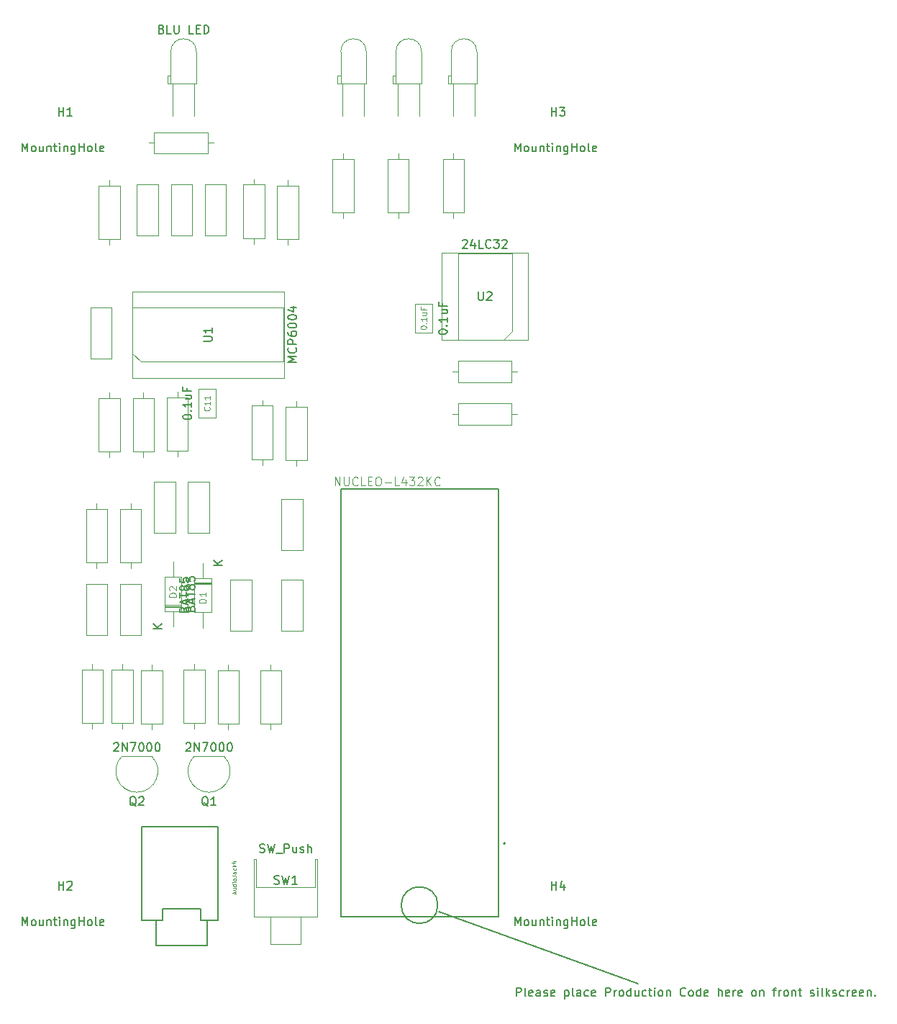
<source format=gbr>
G04 #@! TF.GenerationSoftware,KiCad,Pcbnew,5.1.5-1.fc31*
G04 #@! TF.CreationDate,2020-05-07T20:15:09-05:00*
G04 #@! TF.ProjectId,Nucleo32TNC,4e75636c-656f-4333-9254-4e432e6b6963,B*
G04 #@! TF.SameCoordinates,Original*
G04 #@! TF.FileFunction,Other,Fab,Top*
%FSLAX46Y46*%
G04 Gerber Fmt 4.6, Leading zero omitted, Abs format (unit mm)*
G04 Created by KiCad (PCBNEW 5.1.5-1.fc31) date 2020-05-07 20:15:09*
%MOMM*%
%LPD*%
G04 APERTURE LIST*
%ADD10C,0.150000*%
%ADD11C,0.200000*%
%ADD12C,0.127000*%
%ADD13C,0.100000*%
%ADD14C,0.015000*%
%ADD15C,0.120000*%
%ADD16C,0.102000*%
G04 APERTURE END LIST*
D10*
X177404761Y-157952380D02*
X177404761Y-156952380D01*
X177785714Y-156952380D01*
X177880952Y-157000000D01*
X177928571Y-157047619D01*
X177976190Y-157142857D01*
X177976190Y-157285714D01*
X177928571Y-157380952D01*
X177880952Y-157428571D01*
X177785714Y-157476190D01*
X177404761Y-157476190D01*
X178547619Y-157952380D02*
X178452380Y-157904761D01*
X178404761Y-157809523D01*
X178404761Y-156952380D01*
X179309523Y-157904761D02*
X179214285Y-157952380D01*
X179023809Y-157952380D01*
X178928571Y-157904761D01*
X178880952Y-157809523D01*
X178880952Y-157428571D01*
X178928571Y-157333333D01*
X179023809Y-157285714D01*
X179214285Y-157285714D01*
X179309523Y-157333333D01*
X179357142Y-157428571D01*
X179357142Y-157523809D01*
X178880952Y-157619047D01*
X180214285Y-157952380D02*
X180214285Y-157428571D01*
X180166666Y-157333333D01*
X180071428Y-157285714D01*
X179880952Y-157285714D01*
X179785714Y-157333333D01*
X180214285Y-157904761D02*
X180119047Y-157952380D01*
X179880952Y-157952380D01*
X179785714Y-157904761D01*
X179738095Y-157809523D01*
X179738095Y-157714285D01*
X179785714Y-157619047D01*
X179880952Y-157571428D01*
X180119047Y-157571428D01*
X180214285Y-157523809D01*
X180642857Y-157904761D02*
X180738095Y-157952380D01*
X180928571Y-157952380D01*
X181023809Y-157904761D01*
X181071428Y-157809523D01*
X181071428Y-157761904D01*
X181023809Y-157666666D01*
X180928571Y-157619047D01*
X180785714Y-157619047D01*
X180690476Y-157571428D01*
X180642857Y-157476190D01*
X180642857Y-157428571D01*
X180690476Y-157333333D01*
X180785714Y-157285714D01*
X180928571Y-157285714D01*
X181023809Y-157333333D01*
X181880952Y-157904761D02*
X181785714Y-157952380D01*
X181595238Y-157952380D01*
X181500000Y-157904761D01*
X181452380Y-157809523D01*
X181452380Y-157428571D01*
X181500000Y-157333333D01*
X181595238Y-157285714D01*
X181785714Y-157285714D01*
X181880952Y-157333333D01*
X181928571Y-157428571D01*
X181928571Y-157523809D01*
X181452380Y-157619047D01*
X183119047Y-157285714D02*
X183119047Y-158285714D01*
X183119047Y-157333333D02*
X183214285Y-157285714D01*
X183404761Y-157285714D01*
X183500000Y-157333333D01*
X183547619Y-157380952D01*
X183595238Y-157476190D01*
X183595238Y-157761904D01*
X183547619Y-157857142D01*
X183500000Y-157904761D01*
X183404761Y-157952380D01*
X183214285Y-157952380D01*
X183119047Y-157904761D01*
X184166666Y-157952380D02*
X184071428Y-157904761D01*
X184023809Y-157809523D01*
X184023809Y-156952380D01*
X184976190Y-157952380D02*
X184976190Y-157428571D01*
X184928571Y-157333333D01*
X184833333Y-157285714D01*
X184642857Y-157285714D01*
X184547619Y-157333333D01*
X184976190Y-157904761D02*
X184880952Y-157952380D01*
X184642857Y-157952380D01*
X184547619Y-157904761D01*
X184500000Y-157809523D01*
X184500000Y-157714285D01*
X184547619Y-157619047D01*
X184642857Y-157571428D01*
X184880952Y-157571428D01*
X184976190Y-157523809D01*
X185880952Y-157904761D02*
X185785714Y-157952380D01*
X185595238Y-157952380D01*
X185500000Y-157904761D01*
X185452380Y-157857142D01*
X185404761Y-157761904D01*
X185404761Y-157476190D01*
X185452380Y-157380952D01*
X185500000Y-157333333D01*
X185595238Y-157285714D01*
X185785714Y-157285714D01*
X185880952Y-157333333D01*
X186690476Y-157904761D02*
X186595238Y-157952380D01*
X186404761Y-157952380D01*
X186309523Y-157904761D01*
X186261904Y-157809523D01*
X186261904Y-157428571D01*
X186309523Y-157333333D01*
X186404761Y-157285714D01*
X186595238Y-157285714D01*
X186690476Y-157333333D01*
X186738095Y-157428571D01*
X186738095Y-157523809D01*
X186261904Y-157619047D01*
X187928571Y-157952380D02*
X187928571Y-156952380D01*
X188309523Y-156952380D01*
X188404761Y-157000000D01*
X188452380Y-157047619D01*
X188500000Y-157142857D01*
X188500000Y-157285714D01*
X188452380Y-157380952D01*
X188404761Y-157428571D01*
X188309523Y-157476190D01*
X187928571Y-157476190D01*
X188928571Y-157952380D02*
X188928571Y-157285714D01*
X188928571Y-157476190D02*
X188976190Y-157380952D01*
X189023809Y-157333333D01*
X189119047Y-157285714D01*
X189214285Y-157285714D01*
X189690476Y-157952380D02*
X189595238Y-157904761D01*
X189547619Y-157857142D01*
X189500000Y-157761904D01*
X189500000Y-157476190D01*
X189547619Y-157380952D01*
X189595238Y-157333333D01*
X189690476Y-157285714D01*
X189833333Y-157285714D01*
X189928571Y-157333333D01*
X189976190Y-157380952D01*
X190023809Y-157476190D01*
X190023809Y-157761904D01*
X189976190Y-157857142D01*
X189928571Y-157904761D01*
X189833333Y-157952380D01*
X189690476Y-157952380D01*
X190880952Y-157952380D02*
X190880952Y-156952380D01*
X190880952Y-157904761D02*
X190785714Y-157952380D01*
X190595238Y-157952380D01*
X190500000Y-157904761D01*
X190452380Y-157857142D01*
X190404761Y-157761904D01*
X190404761Y-157476190D01*
X190452380Y-157380952D01*
X190500000Y-157333333D01*
X190595238Y-157285714D01*
X190785714Y-157285714D01*
X190880952Y-157333333D01*
X191785714Y-157285714D02*
X191785714Y-157952380D01*
X191357142Y-157285714D02*
X191357142Y-157809523D01*
X191404761Y-157904761D01*
X191500000Y-157952380D01*
X191642857Y-157952380D01*
X191738095Y-157904761D01*
X191785714Y-157857142D01*
X192690476Y-157904761D02*
X192595238Y-157952380D01*
X192404761Y-157952380D01*
X192309523Y-157904761D01*
X192261904Y-157857142D01*
X192214285Y-157761904D01*
X192214285Y-157476190D01*
X192261904Y-157380952D01*
X192309523Y-157333333D01*
X192404761Y-157285714D01*
X192595238Y-157285714D01*
X192690476Y-157333333D01*
X192976190Y-157285714D02*
X193357142Y-157285714D01*
X193119047Y-156952380D02*
X193119047Y-157809523D01*
X193166666Y-157904761D01*
X193261904Y-157952380D01*
X193357142Y-157952380D01*
X193690476Y-157952380D02*
X193690476Y-157285714D01*
X193690476Y-156952380D02*
X193642857Y-157000000D01*
X193690476Y-157047619D01*
X193738095Y-157000000D01*
X193690476Y-156952380D01*
X193690476Y-157047619D01*
X194309523Y-157952380D02*
X194214285Y-157904761D01*
X194166666Y-157857142D01*
X194119047Y-157761904D01*
X194119047Y-157476190D01*
X194166666Y-157380952D01*
X194214285Y-157333333D01*
X194309523Y-157285714D01*
X194452380Y-157285714D01*
X194547619Y-157333333D01*
X194595238Y-157380952D01*
X194642857Y-157476190D01*
X194642857Y-157761904D01*
X194595238Y-157857142D01*
X194547619Y-157904761D01*
X194452380Y-157952380D01*
X194309523Y-157952380D01*
X195071428Y-157285714D02*
X195071428Y-157952380D01*
X195071428Y-157380952D02*
X195119047Y-157333333D01*
X195214285Y-157285714D01*
X195357142Y-157285714D01*
X195452380Y-157333333D01*
X195500000Y-157428571D01*
X195500000Y-157952380D01*
X197309523Y-157857142D02*
X197261904Y-157904761D01*
X197119047Y-157952380D01*
X197023809Y-157952380D01*
X196880952Y-157904761D01*
X196785714Y-157809523D01*
X196738095Y-157714285D01*
X196690476Y-157523809D01*
X196690476Y-157380952D01*
X196738095Y-157190476D01*
X196785714Y-157095238D01*
X196880952Y-157000000D01*
X197023809Y-156952380D01*
X197119047Y-156952380D01*
X197261904Y-157000000D01*
X197309523Y-157047619D01*
X197880952Y-157952380D02*
X197785714Y-157904761D01*
X197738095Y-157857142D01*
X197690476Y-157761904D01*
X197690476Y-157476190D01*
X197738095Y-157380952D01*
X197785714Y-157333333D01*
X197880952Y-157285714D01*
X198023809Y-157285714D01*
X198119047Y-157333333D01*
X198166666Y-157380952D01*
X198214285Y-157476190D01*
X198214285Y-157761904D01*
X198166666Y-157857142D01*
X198119047Y-157904761D01*
X198023809Y-157952380D01*
X197880952Y-157952380D01*
X199071428Y-157952380D02*
X199071428Y-156952380D01*
X199071428Y-157904761D02*
X198976190Y-157952380D01*
X198785714Y-157952380D01*
X198690476Y-157904761D01*
X198642857Y-157857142D01*
X198595238Y-157761904D01*
X198595238Y-157476190D01*
X198642857Y-157380952D01*
X198690476Y-157333333D01*
X198785714Y-157285714D01*
X198976190Y-157285714D01*
X199071428Y-157333333D01*
X199928571Y-157904761D02*
X199833333Y-157952380D01*
X199642857Y-157952380D01*
X199547619Y-157904761D01*
X199499999Y-157809523D01*
X199499999Y-157428571D01*
X199547619Y-157333333D01*
X199642857Y-157285714D01*
X199833333Y-157285714D01*
X199928571Y-157333333D01*
X199976190Y-157428571D01*
X199976190Y-157523809D01*
X199499999Y-157619047D01*
X201166666Y-157952380D02*
X201166666Y-156952380D01*
X201595238Y-157952380D02*
X201595238Y-157428571D01*
X201547619Y-157333333D01*
X201452380Y-157285714D01*
X201309523Y-157285714D01*
X201214285Y-157333333D01*
X201166666Y-157380952D01*
X202452380Y-157904761D02*
X202357142Y-157952380D01*
X202166666Y-157952380D01*
X202071428Y-157904761D01*
X202023809Y-157809523D01*
X202023809Y-157428571D01*
X202071428Y-157333333D01*
X202166666Y-157285714D01*
X202357142Y-157285714D01*
X202452380Y-157333333D01*
X202499999Y-157428571D01*
X202499999Y-157523809D01*
X202023809Y-157619047D01*
X202928571Y-157952380D02*
X202928571Y-157285714D01*
X202928571Y-157476190D02*
X202976190Y-157380952D01*
X203023809Y-157333333D01*
X203119047Y-157285714D01*
X203214285Y-157285714D01*
X203928571Y-157904761D02*
X203833333Y-157952380D01*
X203642857Y-157952380D01*
X203547619Y-157904761D01*
X203499999Y-157809523D01*
X203499999Y-157428571D01*
X203547619Y-157333333D01*
X203642857Y-157285714D01*
X203833333Y-157285714D01*
X203928571Y-157333333D01*
X203976190Y-157428571D01*
X203976190Y-157523809D01*
X203499999Y-157619047D01*
X205309523Y-157952380D02*
X205214285Y-157904761D01*
X205166666Y-157857142D01*
X205119047Y-157761904D01*
X205119047Y-157476190D01*
X205166666Y-157380952D01*
X205214285Y-157333333D01*
X205309523Y-157285714D01*
X205452380Y-157285714D01*
X205547619Y-157333333D01*
X205595238Y-157380952D01*
X205642857Y-157476190D01*
X205642857Y-157761904D01*
X205595238Y-157857142D01*
X205547619Y-157904761D01*
X205452380Y-157952380D01*
X205309523Y-157952380D01*
X206071428Y-157285714D02*
X206071428Y-157952380D01*
X206071428Y-157380952D02*
X206119047Y-157333333D01*
X206214285Y-157285714D01*
X206357142Y-157285714D01*
X206452380Y-157333333D01*
X206499999Y-157428571D01*
X206499999Y-157952380D01*
X207595238Y-157285714D02*
X207976190Y-157285714D01*
X207738095Y-157952380D02*
X207738095Y-157095238D01*
X207785714Y-157000000D01*
X207880952Y-156952380D01*
X207976190Y-156952380D01*
X208309523Y-157952380D02*
X208309523Y-157285714D01*
X208309523Y-157476190D02*
X208357142Y-157380952D01*
X208404761Y-157333333D01*
X208499999Y-157285714D01*
X208595238Y-157285714D01*
X209071428Y-157952380D02*
X208976190Y-157904761D01*
X208928571Y-157857142D01*
X208880952Y-157761904D01*
X208880952Y-157476190D01*
X208928571Y-157380952D01*
X208976190Y-157333333D01*
X209071428Y-157285714D01*
X209214285Y-157285714D01*
X209309523Y-157333333D01*
X209357142Y-157380952D01*
X209404761Y-157476190D01*
X209404761Y-157761904D01*
X209357142Y-157857142D01*
X209309523Y-157904761D01*
X209214285Y-157952380D01*
X209071428Y-157952380D01*
X209833333Y-157285714D02*
X209833333Y-157952380D01*
X209833333Y-157380952D02*
X209880952Y-157333333D01*
X209976190Y-157285714D01*
X210119047Y-157285714D01*
X210214285Y-157333333D01*
X210261904Y-157428571D01*
X210261904Y-157952380D01*
X210595238Y-157285714D02*
X210976190Y-157285714D01*
X210738095Y-156952380D02*
X210738095Y-157809523D01*
X210785714Y-157904761D01*
X210880952Y-157952380D01*
X210976190Y-157952380D01*
X212023809Y-157904761D02*
X212119047Y-157952380D01*
X212309523Y-157952380D01*
X212404761Y-157904761D01*
X212452380Y-157809523D01*
X212452380Y-157761904D01*
X212404761Y-157666666D01*
X212309523Y-157619047D01*
X212166666Y-157619047D01*
X212071428Y-157571428D01*
X212023809Y-157476190D01*
X212023809Y-157428571D01*
X212071428Y-157333333D01*
X212166666Y-157285714D01*
X212309523Y-157285714D01*
X212404761Y-157333333D01*
X212880952Y-157952380D02*
X212880952Y-157285714D01*
X212880952Y-156952380D02*
X212833333Y-157000000D01*
X212880952Y-157047619D01*
X212928571Y-157000000D01*
X212880952Y-156952380D01*
X212880952Y-157047619D01*
X213499999Y-157952380D02*
X213404761Y-157904761D01*
X213357142Y-157809523D01*
X213357142Y-156952380D01*
X213880952Y-157952380D02*
X213880952Y-156952380D01*
X213976190Y-157571428D02*
X214261904Y-157952380D01*
X214261904Y-157285714D02*
X213880952Y-157666666D01*
X214642857Y-157904761D02*
X214738095Y-157952380D01*
X214928571Y-157952380D01*
X215023809Y-157904761D01*
X215071428Y-157809523D01*
X215071428Y-157761904D01*
X215023809Y-157666666D01*
X214928571Y-157619047D01*
X214785714Y-157619047D01*
X214690476Y-157571428D01*
X214642857Y-157476190D01*
X214642857Y-157428571D01*
X214690476Y-157333333D01*
X214785714Y-157285714D01*
X214928571Y-157285714D01*
X215023809Y-157333333D01*
X215928571Y-157904761D02*
X215833333Y-157952380D01*
X215642857Y-157952380D01*
X215547619Y-157904761D01*
X215499999Y-157857142D01*
X215452380Y-157761904D01*
X215452380Y-157476190D01*
X215499999Y-157380952D01*
X215547619Y-157333333D01*
X215642857Y-157285714D01*
X215833333Y-157285714D01*
X215928571Y-157333333D01*
X216357142Y-157952380D02*
X216357142Y-157285714D01*
X216357142Y-157476190D02*
X216404761Y-157380952D01*
X216452380Y-157333333D01*
X216547619Y-157285714D01*
X216642857Y-157285714D01*
X217357142Y-157904761D02*
X217261904Y-157952380D01*
X217071428Y-157952380D01*
X216976190Y-157904761D01*
X216928571Y-157809523D01*
X216928571Y-157428571D01*
X216976190Y-157333333D01*
X217071428Y-157285714D01*
X217261904Y-157285714D01*
X217357142Y-157333333D01*
X217404761Y-157428571D01*
X217404761Y-157523809D01*
X216928571Y-157619047D01*
X218214285Y-157904761D02*
X218119047Y-157952380D01*
X217928571Y-157952380D01*
X217833333Y-157904761D01*
X217785714Y-157809523D01*
X217785714Y-157428571D01*
X217833333Y-157333333D01*
X217928571Y-157285714D01*
X218119047Y-157285714D01*
X218214285Y-157333333D01*
X218261904Y-157428571D01*
X218261904Y-157523809D01*
X217785714Y-157619047D01*
X218690476Y-157285714D02*
X218690476Y-157952380D01*
X218690476Y-157380952D02*
X218738095Y-157333333D01*
X218833333Y-157285714D01*
X218976190Y-157285714D01*
X219071428Y-157333333D01*
X219119047Y-157428571D01*
X219119047Y-157952380D01*
X219595238Y-157857142D02*
X219642857Y-157904761D01*
X219595238Y-157952380D01*
X219547619Y-157904761D01*
X219595238Y-157857142D01*
X219595238Y-157952380D01*
X168250000Y-148000000D02*
X191750000Y-156500000D01*
X168150581Y-147250000D02*
G75*
G03X168150581Y-147250000I-2150581J0D01*
G01*
D11*
X176100000Y-140000000D02*
G75*
G03X176100000Y-140000000I-100000J0D01*
G01*
D12*
X175270000Y-98355000D02*
X175270000Y-148645000D01*
X156730000Y-98355000D02*
X175270000Y-98355000D01*
X156730000Y-148645000D02*
X156730000Y-98355000D01*
X175270000Y-148645000D02*
X156730000Y-148645000D01*
D13*
X156960000Y-54500000D02*
X156960000Y-54500000D01*
X156960000Y-50690000D02*
X156960000Y-54500000D01*
X156960000Y-50690000D02*
X156960000Y-50690000D01*
X156960000Y-54500000D02*
X156960000Y-50690000D01*
X159500000Y-54500000D02*
X159500000Y-54500000D01*
X159500000Y-50690000D02*
X159500000Y-54500000D01*
X159500000Y-50690000D02*
X159500000Y-50690000D01*
X159500000Y-54500000D02*
X159500000Y-50690000D01*
X156730000Y-50690000D02*
X156330000Y-50690000D01*
X156730000Y-49690000D02*
X156730000Y-50690000D01*
X156330000Y-49690000D02*
X156730000Y-49690000D01*
X156330000Y-50690000D02*
X156330000Y-49690000D01*
X159730000Y-50690000D02*
X156730000Y-50690000D01*
X156730000Y-50690000D02*
X156730000Y-46890000D01*
X159730000Y-50690000D02*
X159730000Y-46890000D01*
X156730000Y-46890000D02*
G75*
G02X159730000Y-46890000I1500000J0D01*
G01*
X163460000Y-54500000D02*
X163460000Y-54500000D01*
X163460000Y-50690000D02*
X163460000Y-54500000D01*
X163460000Y-50690000D02*
X163460000Y-50690000D01*
X163460000Y-54500000D02*
X163460000Y-50690000D01*
X166000000Y-54500000D02*
X166000000Y-54500000D01*
X166000000Y-50690000D02*
X166000000Y-54500000D01*
X166000000Y-50690000D02*
X166000000Y-50690000D01*
X166000000Y-54500000D02*
X166000000Y-50690000D01*
X163230000Y-50690000D02*
X162830000Y-50690000D01*
X163230000Y-49690000D02*
X163230000Y-50690000D01*
X162830000Y-49690000D02*
X163230000Y-49690000D01*
X162830000Y-50690000D02*
X162830000Y-49690000D01*
X166230000Y-50690000D02*
X163230000Y-50690000D01*
X163230000Y-50690000D02*
X163230000Y-46890000D01*
X166230000Y-50690000D02*
X166230000Y-46890000D01*
X163230000Y-46890000D02*
G75*
G02X166230000Y-46890000I1500000J0D01*
G01*
X169960000Y-54500000D02*
X169960000Y-54500000D01*
X169960000Y-50690000D02*
X169960000Y-54500000D01*
X169960000Y-50690000D02*
X169960000Y-50690000D01*
X169960000Y-54500000D02*
X169960000Y-50690000D01*
X172500000Y-54500000D02*
X172500000Y-54500000D01*
X172500000Y-50690000D02*
X172500000Y-54500000D01*
X172500000Y-50690000D02*
X172500000Y-50690000D01*
X172500000Y-54500000D02*
X172500000Y-50690000D01*
X169730000Y-50690000D02*
X169330000Y-50690000D01*
X169730000Y-49690000D02*
X169730000Y-50690000D01*
X169330000Y-49690000D02*
X169730000Y-49690000D01*
X169330000Y-50690000D02*
X169330000Y-49690000D01*
X172730000Y-50690000D02*
X169730000Y-50690000D01*
X169730000Y-50690000D02*
X169730000Y-46890000D01*
X172730000Y-50690000D02*
X172730000Y-46890000D01*
X169730000Y-46890000D02*
G75*
G02X172730000Y-46890000I1500000J0D01*
G01*
X134120000Y-57620000D02*
X134780000Y-57620000D01*
X141740000Y-57620000D02*
X141080000Y-57620000D01*
X134780000Y-58870000D02*
X141080000Y-58870000D01*
X134780000Y-56370000D02*
X134780000Y-58870000D01*
X141080000Y-56370000D02*
X134780000Y-56370000D01*
X141080000Y-58870000D02*
X141080000Y-56370000D01*
X149750000Y-99500000D02*
X149750000Y-105500000D01*
X152250000Y-99500000D02*
X149750000Y-99500000D01*
X152250000Y-105500000D02*
X152250000Y-99500000D01*
X149750000Y-105500000D02*
X152250000Y-105500000D01*
X152250000Y-109000000D02*
X149750000Y-109000000D01*
X149750000Y-109000000D02*
X149750000Y-115000000D01*
X149750000Y-115000000D02*
X152250000Y-115000000D01*
X152250000Y-115000000D02*
X152250000Y-109000000D01*
X152000000Y-151850000D02*
X152000000Y-148590000D01*
X148500000Y-151850000D02*
X148500000Y-148590000D01*
X152000000Y-151850000D02*
X148500000Y-151850000D01*
X146800000Y-141800000D02*
X146800000Y-145140000D01*
X154000000Y-141800000D02*
X153700000Y-141800000D01*
X153700000Y-145140000D02*
X146800000Y-145140000D01*
X146500000Y-141800000D02*
X146500000Y-148590000D01*
X154000000Y-148590000D02*
X146500000Y-148590000D01*
X154000000Y-141800000D02*
X154000000Y-148590000D01*
X146800000Y-141800000D02*
X146500000Y-141800000D01*
X153700000Y-141800000D02*
X153700000Y-145140000D01*
D12*
X141000000Y-152000000D02*
X141000000Y-149000000D01*
X135000000Y-152000000D02*
X141000000Y-152000000D01*
X135000000Y-149000000D02*
X135000000Y-152000000D01*
X142300000Y-149000000D02*
X142300000Y-138000000D01*
X141000000Y-149000000D02*
X142300000Y-149000000D01*
X140250000Y-149000000D02*
X141000000Y-149000000D01*
X140250000Y-147700000D02*
X140250000Y-149000000D01*
X135750000Y-147700000D02*
X140250000Y-147700000D01*
X135750000Y-149000000D02*
X135750000Y-147700000D01*
X135000000Y-149000000D02*
X135750000Y-149000000D01*
X133300000Y-149000000D02*
X135000000Y-149000000D01*
X133300000Y-138000000D02*
X142300000Y-138000000D01*
X133300000Y-149000000D02*
X133300000Y-138000000D01*
D13*
X168610000Y-80830000D02*
X178770000Y-80830000D01*
X168610000Y-70550000D02*
X168610000Y-80830000D01*
X178770000Y-70550000D02*
X168610000Y-70550000D01*
X178770000Y-80830000D02*
X178770000Y-70550000D01*
X176865000Y-79770000D02*
X175865000Y-80770000D01*
X176865000Y-70610000D02*
X176865000Y-79770000D01*
X170515000Y-70610000D02*
X176865000Y-70610000D01*
X170515000Y-80770000D02*
X170515000Y-70610000D01*
X175865000Y-80770000D02*
X170515000Y-80770000D01*
X132170000Y-75110000D02*
X132170000Y-85270000D01*
X150070000Y-75110000D02*
X132170000Y-75110000D01*
X150070000Y-85270000D02*
X150070000Y-75110000D01*
X132170000Y-85270000D02*
X150070000Y-85270000D01*
X133230000Y-83365000D02*
X132230000Y-82365000D01*
X150010000Y-83365000D02*
X133230000Y-83365000D01*
X150010000Y-77015000D02*
X150010000Y-83365000D01*
X132230000Y-77015000D02*
X150010000Y-77015000D01*
X132230000Y-82365000D02*
X132230000Y-77015000D01*
X157000000Y-58880000D02*
X157000000Y-59540000D01*
X157000000Y-66500000D02*
X157000000Y-65840000D01*
X155750000Y-59540000D02*
X155750000Y-65840000D01*
X158250000Y-59540000D02*
X155750000Y-59540000D01*
X158250000Y-65840000D02*
X158250000Y-59540000D01*
X155750000Y-65840000D02*
X158250000Y-65840000D01*
X163500000Y-58880000D02*
X163500000Y-59540000D01*
X163500000Y-66500000D02*
X163500000Y-65840000D01*
X162250000Y-59540000D02*
X162250000Y-65840000D01*
X164750000Y-59540000D02*
X162250000Y-59540000D01*
X164750000Y-65840000D02*
X164750000Y-59540000D01*
X162250000Y-65840000D02*
X164750000Y-65840000D01*
X170000000Y-58880000D02*
X170000000Y-59540000D01*
X170000000Y-66500000D02*
X170000000Y-65840000D01*
X168750000Y-59540000D02*
X168750000Y-65840000D01*
X171250000Y-59540000D02*
X168750000Y-59540000D01*
X171250000Y-65840000D02*
X171250000Y-59540000D01*
X168750000Y-65840000D02*
X171250000Y-65840000D01*
X169880000Y-89500000D02*
X170540000Y-89500000D01*
X177500000Y-89500000D02*
X176840000Y-89500000D01*
X170540000Y-90750000D02*
X176840000Y-90750000D01*
X170540000Y-88250000D02*
X170540000Y-90750000D01*
X176840000Y-88250000D02*
X170540000Y-88250000D01*
X176840000Y-90750000D02*
X176840000Y-88250000D01*
X169880000Y-84500000D02*
X170540000Y-84500000D01*
X177500000Y-84500000D02*
X176840000Y-84500000D01*
X170540000Y-85750000D02*
X176840000Y-85750000D01*
X170540000Y-83250000D02*
X170540000Y-85750000D01*
X176840000Y-83250000D02*
X170540000Y-83250000D01*
X176840000Y-85750000D02*
X176840000Y-83250000D01*
X133500000Y-94620000D02*
X133500000Y-93960000D01*
X133500000Y-87000000D02*
X133500000Y-87660000D01*
X134750000Y-93960000D02*
X134750000Y-87660000D01*
X132250000Y-93960000D02*
X134750000Y-93960000D01*
X132250000Y-87660000D02*
X132250000Y-93960000D01*
X134750000Y-87660000D02*
X132250000Y-87660000D01*
X137500000Y-86880000D02*
X137500000Y-87540000D01*
X137500000Y-94500000D02*
X137500000Y-93840000D01*
X136250000Y-87540000D02*
X136250000Y-93840000D01*
X138750000Y-87540000D02*
X136250000Y-87540000D01*
X138750000Y-93840000D02*
X138750000Y-87540000D01*
X136250000Y-93840000D02*
X138750000Y-93840000D01*
X129500000Y-69620000D02*
X129500000Y-68960000D01*
X129500000Y-62000000D02*
X129500000Y-62660000D01*
X130750000Y-68960000D02*
X130750000Y-62660000D01*
X128250000Y-68960000D02*
X130750000Y-68960000D01*
X128250000Y-62660000D02*
X128250000Y-68960000D01*
X130750000Y-62660000D02*
X128250000Y-62660000D01*
X134500000Y-126620000D02*
X134500000Y-125960000D01*
X134500000Y-119000000D02*
X134500000Y-119660000D01*
X135750000Y-125960000D02*
X135750000Y-119660000D01*
X133250000Y-125960000D02*
X135750000Y-125960000D01*
X133250000Y-119660000D02*
X133250000Y-125960000D01*
X135750000Y-119660000D02*
X133250000Y-119660000D01*
X129500000Y-94620000D02*
X129500000Y-93960000D01*
X129500000Y-87000000D02*
X129500000Y-87660000D01*
X130750000Y-93960000D02*
X130750000Y-87660000D01*
X128250000Y-93960000D02*
X130750000Y-93960000D01*
X128250000Y-87660000D02*
X128250000Y-93960000D01*
X130750000Y-87660000D02*
X128250000Y-87660000D01*
X131000000Y-118880000D02*
X131000000Y-119540000D01*
X131000000Y-126500000D02*
X131000000Y-125840000D01*
X129750000Y-119540000D02*
X129750000Y-125840000D01*
X132250000Y-119540000D02*
X129750000Y-119540000D01*
X132250000Y-125840000D02*
X132250000Y-119540000D01*
X129750000Y-125840000D02*
X132250000Y-125840000D01*
X146500000Y-61880000D02*
X146500000Y-62540000D01*
X146500000Y-69500000D02*
X146500000Y-68840000D01*
X145250000Y-62540000D02*
X145250000Y-68840000D01*
X147750000Y-62540000D02*
X145250000Y-62540000D01*
X147750000Y-68840000D02*
X147750000Y-62540000D01*
X145250000Y-68840000D02*
X147750000Y-68840000D01*
X147500000Y-87880000D02*
X147500000Y-88540000D01*
X147500000Y-95500000D02*
X147500000Y-94840000D01*
X146250000Y-88540000D02*
X146250000Y-94840000D01*
X148750000Y-88540000D02*
X146250000Y-88540000D01*
X148750000Y-94840000D02*
X148750000Y-88540000D01*
X146250000Y-94840000D02*
X148750000Y-94840000D01*
X151500000Y-95620000D02*
X151500000Y-94960000D01*
X151500000Y-88000000D02*
X151500000Y-88660000D01*
X152750000Y-94960000D02*
X152750000Y-88660000D01*
X150250000Y-94960000D02*
X152750000Y-94960000D01*
X150250000Y-88660000D02*
X150250000Y-94960000D01*
X152750000Y-88660000D02*
X150250000Y-88660000D01*
X150500000Y-69620000D02*
X150500000Y-68960000D01*
X150500000Y-62000000D02*
X150500000Y-62660000D01*
X151750000Y-68960000D02*
X151750000Y-62660000D01*
X149250000Y-68960000D02*
X151750000Y-68960000D01*
X149250000Y-62660000D02*
X149250000Y-68960000D01*
X151750000Y-62660000D02*
X149250000Y-62660000D01*
X143500000Y-126620000D02*
X143500000Y-125960000D01*
X143500000Y-119000000D02*
X143500000Y-119660000D01*
X144750000Y-125960000D02*
X144750000Y-119660000D01*
X142250000Y-125960000D02*
X144750000Y-125960000D01*
X142250000Y-119660000D02*
X142250000Y-125960000D01*
X144750000Y-119660000D02*
X142250000Y-119660000D01*
X139500000Y-118880000D02*
X139500000Y-119540000D01*
X139500000Y-126500000D02*
X139500000Y-125840000D01*
X138250000Y-119540000D02*
X138250000Y-125840000D01*
X140750000Y-119540000D02*
X138250000Y-119540000D01*
X140750000Y-125840000D02*
X140750000Y-119540000D01*
X138250000Y-125840000D02*
X140750000Y-125840000D01*
X127500000Y-118880000D02*
X127500000Y-119540000D01*
X127500000Y-126500000D02*
X127500000Y-125840000D01*
X126250000Y-119540000D02*
X126250000Y-125840000D01*
X128750000Y-119540000D02*
X126250000Y-119540000D01*
X128750000Y-125840000D02*
X128750000Y-119540000D01*
X126250000Y-125840000D02*
X128750000Y-125840000D01*
X128000000Y-107620000D02*
X128000000Y-106960000D01*
X128000000Y-100000000D02*
X128000000Y-100660000D01*
X129250000Y-106960000D02*
X129250000Y-100660000D01*
X126750000Y-106960000D02*
X129250000Y-106960000D01*
X126750000Y-100660000D02*
X126750000Y-106960000D01*
X129250000Y-100660000D02*
X126750000Y-100660000D01*
X132000000Y-107620000D02*
X132000000Y-106960000D01*
X132000000Y-100000000D02*
X132000000Y-100660000D01*
X133250000Y-106960000D02*
X133250000Y-100660000D01*
X130750000Y-106960000D02*
X133250000Y-106960000D01*
X130750000Y-100660000D02*
X130750000Y-106960000D01*
X133250000Y-100660000D02*
X130750000Y-100660000D01*
X148500000Y-126620000D02*
X148500000Y-125960000D01*
X148500000Y-119000000D02*
X148500000Y-119660000D01*
X149750000Y-125960000D02*
X149750000Y-119660000D01*
X147250000Y-125960000D02*
X149750000Y-125960000D01*
X147250000Y-119660000D02*
X147250000Y-125960000D01*
X149750000Y-119660000D02*
X147250000Y-119660000D01*
X134483625Y-129746375D02*
G75*
G02X132730000Y-133980000I-1753625J-1753625D01*
G01*
X130976375Y-129746375D02*
G75*
G03X132730000Y-133980000I1753625J-1753625D01*
G01*
X134500000Y-129750000D02*
X131000000Y-129750000D01*
X142983625Y-129746375D02*
G75*
G02X141230000Y-133980000I-1753625J-1753625D01*
G01*
X139476375Y-129746375D02*
G75*
G03X141230000Y-133980000I1753625J-1753625D01*
G01*
X143000000Y-129750000D02*
X139500000Y-129750000D01*
X136960000Y-54500000D02*
X136960000Y-54500000D01*
X136960000Y-50690000D02*
X136960000Y-54500000D01*
X136960000Y-50690000D02*
X136960000Y-50690000D01*
X136960000Y-54500000D02*
X136960000Y-50690000D01*
X139500000Y-54500000D02*
X139500000Y-54500000D01*
X139500000Y-50690000D02*
X139500000Y-54500000D01*
X139500000Y-50690000D02*
X139500000Y-50690000D01*
X139500000Y-54500000D02*
X139500000Y-50690000D01*
X136730000Y-50690000D02*
X136330000Y-50690000D01*
X136730000Y-49690000D02*
X136730000Y-50690000D01*
X136330000Y-49690000D02*
X136730000Y-49690000D01*
X136330000Y-50690000D02*
X136330000Y-49690000D01*
X139730000Y-50690000D02*
X136730000Y-50690000D01*
X136730000Y-50690000D02*
X136730000Y-46890000D01*
X139730000Y-50690000D02*
X139730000Y-46890000D01*
X136730000Y-46890000D02*
G75*
G02X139730000Y-46890000I1500000J0D01*
G01*
X136000000Y-112190000D02*
X138000000Y-112190000D01*
X136000000Y-111990000D02*
X138000000Y-111990000D01*
X136000000Y-112090000D02*
X138000000Y-112090000D01*
X137000000Y-106880000D02*
X137000000Y-108690000D01*
X137000000Y-114500000D02*
X137000000Y-112690000D01*
X136000000Y-108690000D02*
X136000000Y-112690000D01*
X138000000Y-108690000D02*
X136000000Y-108690000D01*
X138000000Y-112690000D02*
X138000000Y-108690000D01*
X136000000Y-112690000D02*
X138000000Y-112690000D01*
X141500000Y-109310000D02*
X139500000Y-109310000D01*
X141500000Y-109510000D02*
X139500000Y-109510000D01*
X141500000Y-109410000D02*
X139500000Y-109410000D01*
X140500000Y-114620000D02*
X140500000Y-112810000D01*
X140500000Y-107000000D02*
X140500000Y-108810000D01*
X141500000Y-112810000D02*
X141500000Y-108810000D01*
X139500000Y-112810000D02*
X141500000Y-112810000D01*
X139500000Y-108810000D02*
X139500000Y-112810000D01*
X141500000Y-108810000D02*
X139500000Y-108810000D01*
X142050000Y-89950000D02*
X142050000Y-86550000D01*
X139950000Y-89950000D02*
X142050000Y-89950000D01*
X139950000Y-86550000D02*
X139950000Y-89950000D01*
X142050000Y-86550000D02*
X139950000Y-86550000D01*
X165450000Y-76550000D02*
X165450000Y-79950000D01*
X167550000Y-76550000D02*
X165450000Y-76550000D01*
X167550000Y-79950000D02*
X167550000Y-76550000D01*
X165450000Y-79950000D02*
X167550000Y-79950000D01*
X138750000Y-97500000D02*
X138750000Y-103500000D01*
X141250000Y-97500000D02*
X138750000Y-97500000D01*
X141250000Y-103500000D02*
X141250000Y-97500000D01*
X138750000Y-103500000D02*
X141250000Y-103500000D01*
X132750000Y-62500000D02*
X132750000Y-68500000D01*
X135250000Y-62500000D02*
X132750000Y-62500000D01*
X135250000Y-68500000D02*
X135250000Y-62500000D01*
X132750000Y-68500000D02*
X135250000Y-68500000D01*
X129750000Y-83000000D02*
X129750000Y-77000000D01*
X127250000Y-83000000D02*
X129750000Y-83000000D01*
X127250000Y-77000000D02*
X127250000Y-83000000D01*
X129750000Y-77000000D02*
X127250000Y-77000000D01*
X136750000Y-62500000D02*
X136750000Y-68500000D01*
X139250000Y-62500000D02*
X136750000Y-62500000D01*
X139250000Y-68500000D02*
X139250000Y-62500000D01*
X136750000Y-68500000D02*
X139250000Y-68500000D01*
X134750000Y-97500000D02*
X134750000Y-103500000D01*
X137250000Y-97500000D02*
X134750000Y-97500000D01*
X137250000Y-103500000D02*
X137250000Y-97500000D01*
X134750000Y-103500000D02*
X137250000Y-103500000D01*
X143250000Y-68500000D02*
X143250000Y-62500000D01*
X140750000Y-68500000D02*
X143250000Y-68500000D01*
X140750000Y-62500000D02*
X140750000Y-68500000D01*
X143250000Y-62500000D02*
X140750000Y-62500000D01*
X126750000Y-109500000D02*
X126750000Y-115500000D01*
X129250000Y-109500000D02*
X126750000Y-109500000D01*
X129250000Y-115500000D02*
X129250000Y-109500000D01*
X126750000Y-115500000D02*
X129250000Y-115500000D01*
X130750000Y-109500000D02*
X130750000Y-115500000D01*
X133250000Y-109500000D02*
X130750000Y-109500000D01*
X133250000Y-115500000D02*
X133250000Y-109500000D01*
X130750000Y-115500000D02*
X133250000Y-115500000D01*
X146250000Y-115000000D02*
X146250000Y-109000000D01*
X143750000Y-115000000D02*
X146250000Y-115000000D01*
X143750000Y-109000000D02*
X143750000Y-115000000D01*
X146250000Y-109000000D02*
X143750000Y-109000000D01*
D14*
X156047142Y-97917380D02*
X156047142Y-96917380D01*
X156618571Y-97917380D01*
X156618571Y-96917380D01*
X157094761Y-96917380D02*
X157094761Y-97726904D01*
X157142380Y-97822142D01*
X157190000Y-97869761D01*
X157285238Y-97917380D01*
X157475714Y-97917380D01*
X157570952Y-97869761D01*
X157618571Y-97822142D01*
X157666190Y-97726904D01*
X157666190Y-96917380D01*
X158713809Y-97822142D02*
X158666190Y-97869761D01*
X158523333Y-97917380D01*
X158428095Y-97917380D01*
X158285238Y-97869761D01*
X158190000Y-97774523D01*
X158142380Y-97679285D01*
X158094761Y-97488809D01*
X158094761Y-97345952D01*
X158142380Y-97155476D01*
X158190000Y-97060238D01*
X158285238Y-96965000D01*
X158428095Y-96917380D01*
X158523333Y-96917380D01*
X158666190Y-96965000D01*
X158713809Y-97012619D01*
X159618571Y-97917380D02*
X159142380Y-97917380D01*
X159142380Y-96917380D01*
X159951904Y-97393571D02*
X160285238Y-97393571D01*
X160428095Y-97917380D02*
X159951904Y-97917380D01*
X159951904Y-96917380D01*
X160428095Y-96917380D01*
X161047142Y-96917380D02*
X161237619Y-96917380D01*
X161332857Y-96965000D01*
X161428095Y-97060238D01*
X161475714Y-97250714D01*
X161475714Y-97584047D01*
X161428095Y-97774523D01*
X161332857Y-97869761D01*
X161237619Y-97917380D01*
X161047142Y-97917380D01*
X160951904Y-97869761D01*
X160856666Y-97774523D01*
X160809047Y-97584047D01*
X160809047Y-97250714D01*
X160856666Y-97060238D01*
X160951904Y-96965000D01*
X161047142Y-96917380D01*
X161904285Y-97536428D02*
X162666190Y-97536428D01*
X163618571Y-97917380D02*
X163142380Y-97917380D01*
X163142380Y-96917380D01*
X164380476Y-97250714D02*
X164380476Y-97917380D01*
X164142380Y-96869761D02*
X163904285Y-97584047D01*
X164523333Y-97584047D01*
X164809047Y-96917380D02*
X165428095Y-96917380D01*
X165094761Y-97298333D01*
X165237619Y-97298333D01*
X165332857Y-97345952D01*
X165380476Y-97393571D01*
X165428095Y-97488809D01*
X165428095Y-97726904D01*
X165380476Y-97822142D01*
X165332857Y-97869761D01*
X165237619Y-97917380D01*
X164951904Y-97917380D01*
X164856666Y-97869761D01*
X164809047Y-97822142D01*
X165809047Y-97012619D02*
X165856666Y-96965000D01*
X165951904Y-96917380D01*
X166190000Y-96917380D01*
X166285238Y-96965000D01*
X166332857Y-97012619D01*
X166380476Y-97107857D01*
X166380476Y-97203095D01*
X166332857Y-97345952D01*
X165761428Y-97917380D01*
X166380476Y-97917380D01*
X166809047Y-97917380D02*
X166809047Y-96917380D01*
X167380476Y-97917380D02*
X166951904Y-97345952D01*
X167380476Y-96917380D02*
X166809047Y-97488809D01*
X168380476Y-97822142D02*
X168332857Y-97869761D01*
X168190000Y-97917380D01*
X168094761Y-97917380D01*
X167951904Y-97869761D01*
X167856666Y-97774523D01*
X167809047Y-97679285D01*
X167761428Y-97488809D01*
X167761428Y-97345952D01*
X167809047Y-97155476D01*
X167856666Y-97060238D01*
X167951904Y-96965000D01*
X168094761Y-96917380D01*
X168190000Y-96917380D01*
X168332857Y-96965000D01*
X168380476Y-97012619D01*
D10*
X147202380Y-141014881D02*
X147345238Y-141062500D01*
X147583333Y-141062500D01*
X147678571Y-141014881D01*
X147726190Y-140967262D01*
X147773809Y-140872024D01*
X147773809Y-140776786D01*
X147726190Y-140681548D01*
X147678571Y-140633929D01*
X147583333Y-140586310D01*
X147392857Y-140538691D01*
X147297619Y-140491072D01*
X147250000Y-140443453D01*
X147202380Y-140348215D01*
X147202380Y-140252977D01*
X147250000Y-140157739D01*
X147297619Y-140110120D01*
X147392857Y-140062500D01*
X147630952Y-140062500D01*
X147773809Y-140110120D01*
X148107142Y-140062500D02*
X148345238Y-141062500D01*
X148535714Y-140348215D01*
X148726190Y-141062500D01*
X148964285Y-140062500D01*
X149107142Y-141157739D02*
X149869047Y-141157739D01*
X150107142Y-141062500D02*
X150107142Y-140062500D01*
X150488095Y-140062500D01*
X150583333Y-140110120D01*
X150630952Y-140157739D01*
X150678571Y-140252977D01*
X150678571Y-140395834D01*
X150630952Y-140491072D01*
X150583333Y-140538691D01*
X150488095Y-140586310D01*
X150107142Y-140586310D01*
X151535714Y-140395834D02*
X151535714Y-141062500D01*
X151107142Y-140395834D02*
X151107142Y-140919643D01*
X151154761Y-141014881D01*
X151250000Y-141062500D01*
X151392857Y-141062500D01*
X151488095Y-141014881D01*
X151535714Y-140967262D01*
X151964285Y-141014881D02*
X152059523Y-141062500D01*
X152250000Y-141062500D01*
X152345238Y-141014881D01*
X152392857Y-140919643D01*
X152392857Y-140872024D01*
X152345238Y-140776786D01*
X152250000Y-140729167D01*
X152107142Y-140729167D01*
X152011904Y-140681548D01*
X151964285Y-140586310D01*
X151964285Y-140538691D01*
X152011904Y-140443453D01*
X152107142Y-140395834D01*
X152250000Y-140395834D01*
X152345238Y-140443453D01*
X152821428Y-141062500D02*
X152821428Y-140062500D01*
X153250000Y-141062500D02*
X153250000Y-140538691D01*
X153202380Y-140443453D01*
X153107142Y-140395834D01*
X152964285Y-140395834D01*
X152869047Y-140443453D01*
X152821428Y-140491072D01*
X148916666Y-144724761D02*
X149059523Y-144772380D01*
X149297619Y-144772380D01*
X149392857Y-144724761D01*
X149440476Y-144677142D01*
X149488095Y-144581904D01*
X149488095Y-144486666D01*
X149440476Y-144391428D01*
X149392857Y-144343809D01*
X149297619Y-144296190D01*
X149107142Y-144248571D01*
X149011904Y-144200952D01*
X148964285Y-144153333D01*
X148916666Y-144058095D01*
X148916666Y-143962857D01*
X148964285Y-143867619D01*
X149011904Y-143820000D01*
X149107142Y-143772380D01*
X149345238Y-143772380D01*
X149488095Y-143820000D01*
X149821428Y-143772380D02*
X150059523Y-144772380D01*
X150250000Y-144058095D01*
X150440476Y-144772380D01*
X150678571Y-143772380D01*
X151583333Y-144772380D02*
X151011904Y-144772380D01*
X151297619Y-144772380D02*
X151297619Y-143772380D01*
X151202380Y-143915238D01*
X151107142Y-144010476D01*
X151011904Y-144058095D01*
D14*
X144275721Y-145891573D02*
X144275721Y-145662983D01*
X144412875Y-145937291D02*
X143932835Y-145777278D01*
X144412875Y-145617264D01*
X144092849Y-145251520D02*
X144412875Y-145251520D01*
X144092849Y-145457251D02*
X144344298Y-145457251D01*
X144390016Y-145434392D01*
X144412875Y-145388674D01*
X144412875Y-145320097D01*
X144390016Y-145274379D01*
X144367157Y-145251520D01*
X144412875Y-144817198D02*
X143932835Y-144817198D01*
X144390016Y-144817198D02*
X144412875Y-144862916D01*
X144412875Y-144954352D01*
X144390016Y-145000070D01*
X144367157Y-145022929D01*
X144321439Y-145045788D01*
X144184285Y-145045788D01*
X144138567Y-145022929D01*
X144115708Y-145000070D01*
X144092849Y-144954352D01*
X144092849Y-144862916D01*
X144115708Y-144817198D01*
X144412875Y-144588607D02*
X144092849Y-144588607D01*
X143932835Y-144588607D02*
X143955695Y-144611466D01*
X143978554Y-144588607D01*
X143955695Y-144565748D01*
X143932835Y-144588607D01*
X143978554Y-144588607D01*
X144412875Y-144291440D02*
X144390016Y-144337158D01*
X144367157Y-144360017D01*
X144321439Y-144382876D01*
X144184285Y-144382876D01*
X144138567Y-144360017D01*
X144115708Y-144337158D01*
X144092849Y-144291440D01*
X144092849Y-144222863D01*
X144115708Y-144177144D01*
X144138567Y-144154285D01*
X144184285Y-144131426D01*
X144321439Y-144131426D01*
X144367157Y-144154285D01*
X144390016Y-144177144D01*
X144412875Y-144222863D01*
X144412875Y-144291440D01*
X143932835Y-143788541D02*
X144275721Y-143788541D01*
X144344298Y-143811400D01*
X144390016Y-143857118D01*
X144412875Y-143925695D01*
X144412875Y-143971413D01*
X144412875Y-143354219D02*
X144161426Y-143354219D01*
X144115708Y-143377078D01*
X144092849Y-143422796D01*
X144092849Y-143514232D01*
X144115708Y-143559950D01*
X144390016Y-143354219D02*
X144412875Y-143399937D01*
X144412875Y-143514232D01*
X144390016Y-143559950D01*
X144344298Y-143582809D01*
X144298580Y-143582809D01*
X144252862Y-143559950D01*
X144230003Y-143514232D01*
X144230003Y-143399937D01*
X144207144Y-143354219D01*
X144390016Y-142919897D02*
X144412875Y-142965615D01*
X144412875Y-143057051D01*
X144390016Y-143102769D01*
X144367157Y-143125628D01*
X144321439Y-143148487D01*
X144184285Y-143148487D01*
X144138567Y-143125628D01*
X144115708Y-143102769D01*
X144092849Y-143057051D01*
X144092849Y-142965615D01*
X144115708Y-142919897D01*
X144412875Y-142714165D02*
X143932835Y-142714165D01*
X144230003Y-142668447D02*
X144412875Y-142531293D01*
X144092849Y-142531293D02*
X144275721Y-142714165D01*
X144092849Y-142119830D02*
X144412875Y-142119830D01*
X143909976Y-142234125D02*
X144252862Y-142348421D01*
X144252862Y-142051253D01*
D10*
X171070952Y-69097619D02*
X171118571Y-69050000D01*
X171213809Y-69002380D01*
X171451904Y-69002380D01*
X171547142Y-69050000D01*
X171594761Y-69097619D01*
X171642380Y-69192857D01*
X171642380Y-69288095D01*
X171594761Y-69430952D01*
X171023333Y-70002380D01*
X171642380Y-70002380D01*
X172499523Y-69335714D02*
X172499523Y-70002380D01*
X172261428Y-68954761D02*
X172023333Y-69669047D01*
X172642380Y-69669047D01*
X173499523Y-70002380D02*
X173023333Y-70002380D01*
X173023333Y-69002380D01*
X174404285Y-69907142D02*
X174356666Y-69954761D01*
X174213809Y-70002380D01*
X174118571Y-70002380D01*
X173975714Y-69954761D01*
X173880476Y-69859523D01*
X173832857Y-69764285D01*
X173785238Y-69573809D01*
X173785238Y-69430952D01*
X173832857Y-69240476D01*
X173880476Y-69145238D01*
X173975714Y-69050000D01*
X174118571Y-69002380D01*
X174213809Y-69002380D01*
X174356666Y-69050000D01*
X174404285Y-69097619D01*
X174737619Y-69002380D02*
X175356666Y-69002380D01*
X175023333Y-69383333D01*
X175166190Y-69383333D01*
X175261428Y-69430952D01*
X175309047Y-69478571D01*
X175356666Y-69573809D01*
X175356666Y-69811904D01*
X175309047Y-69907142D01*
X175261428Y-69954761D01*
X175166190Y-70002380D01*
X174880476Y-70002380D01*
X174785238Y-69954761D01*
X174737619Y-69907142D01*
X175737619Y-69097619D02*
X175785238Y-69050000D01*
X175880476Y-69002380D01*
X176118571Y-69002380D01*
X176213809Y-69050000D01*
X176261428Y-69097619D01*
X176309047Y-69192857D01*
X176309047Y-69288095D01*
X176261428Y-69430952D01*
X175690000Y-70002380D01*
X176309047Y-70002380D01*
X172928095Y-75142380D02*
X172928095Y-75951904D01*
X172975714Y-76047142D01*
X173023333Y-76094761D01*
X173118571Y-76142380D01*
X173309047Y-76142380D01*
X173404285Y-76094761D01*
X173451904Y-76047142D01*
X173499523Y-75951904D01*
X173499523Y-75142380D01*
X173928095Y-75237619D02*
X173975714Y-75190000D01*
X174070952Y-75142380D01*
X174309047Y-75142380D01*
X174404285Y-75190000D01*
X174451904Y-75237619D01*
X174499523Y-75332857D01*
X174499523Y-75428095D01*
X174451904Y-75570952D01*
X173880476Y-76142380D01*
X174499523Y-76142380D01*
X151522380Y-83428095D02*
X150522380Y-83428095D01*
X151236666Y-83094761D01*
X150522380Y-82761428D01*
X151522380Y-82761428D01*
X151427142Y-81713809D02*
X151474761Y-81761428D01*
X151522380Y-81904285D01*
X151522380Y-81999523D01*
X151474761Y-82142380D01*
X151379523Y-82237619D01*
X151284285Y-82285238D01*
X151093809Y-82332857D01*
X150950952Y-82332857D01*
X150760476Y-82285238D01*
X150665238Y-82237619D01*
X150570000Y-82142380D01*
X150522380Y-81999523D01*
X150522380Y-81904285D01*
X150570000Y-81761428D01*
X150617619Y-81713809D01*
X151522380Y-81285238D02*
X150522380Y-81285238D01*
X150522380Y-80904285D01*
X150570000Y-80809047D01*
X150617619Y-80761428D01*
X150712857Y-80713809D01*
X150855714Y-80713809D01*
X150950952Y-80761428D01*
X150998571Y-80809047D01*
X151046190Y-80904285D01*
X151046190Y-81285238D01*
X150522380Y-79856666D02*
X150522380Y-80047142D01*
X150570000Y-80142380D01*
X150617619Y-80190000D01*
X150760476Y-80285238D01*
X150950952Y-80332857D01*
X151331904Y-80332857D01*
X151427142Y-80285238D01*
X151474761Y-80237619D01*
X151522380Y-80142380D01*
X151522380Y-79951904D01*
X151474761Y-79856666D01*
X151427142Y-79809047D01*
X151331904Y-79761428D01*
X151093809Y-79761428D01*
X150998571Y-79809047D01*
X150950952Y-79856666D01*
X150903333Y-79951904D01*
X150903333Y-80142380D01*
X150950952Y-80237619D01*
X150998571Y-80285238D01*
X151093809Y-80332857D01*
X150522380Y-79142380D02*
X150522380Y-79047142D01*
X150570000Y-78951904D01*
X150617619Y-78904285D01*
X150712857Y-78856666D01*
X150903333Y-78809047D01*
X151141428Y-78809047D01*
X151331904Y-78856666D01*
X151427142Y-78904285D01*
X151474761Y-78951904D01*
X151522380Y-79047142D01*
X151522380Y-79142380D01*
X151474761Y-79237619D01*
X151427142Y-79285238D01*
X151331904Y-79332857D01*
X151141428Y-79380476D01*
X150903333Y-79380476D01*
X150712857Y-79332857D01*
X150617619Y-79285238D01*
X150570000Y-79237619D01*
X150522380Y-79142380D01*
X150522380Y-78190000D02*
X150522380Y-78094761D01*
X150570000Y-77999523D01*
X150617619Y-77951904D01*
X150712857Y-77904285D01*
X150903333Y-77856666D01*
X151141428Y-77856666D01*
X151331904Y-77904285D01*
X151427142Y-77951904D01*
X151474761Y-77999523D01*
X151522380Y-78094761D01*
X151522380Y-78190000D01*
X151474761Y-78285238D01*
X151427142Y-78332857D01*
X151331904Y-78380476D01*
X151141428Y-78428095D01*
X150903333Y-78428095D01*
X150712857Y-78380476D01*
X150617619Y-78332857D01*
X150570000Y-78285238D01*
X150522380Y-78190000D01*
X150855714Y-76999523D02*
X151522380Y-76999523D01*
X150474761Y-77237619D02*
X151189047Y-77475714D01*
X151189047Y-76856666D01*
X140572380Y-80951904D02*
X141381904Y-80951904D01*
X141477142Y-80904285D01*
X141524761Y-80856666D01*
X141572380Y-80761428D01*
X141572380Y-80570952D01*
X141524761Y-80475714D01*
X141477142Y-80428095D01*
X141381904Y-80380476D01*
X140572380Y-80380476D01*
X141572380Y-79380476D02*
X141572380Y-79951904D01*
X141572380Y-79666190D02*
X140572380Y-79666190D01*
X140715238Y-79761428D01*
X140810476Y-79856666D01*
X140858095Y-79951904D01*
X130015714Y-128257619D02*
X130063333Y-128210000D01*
X130158571Y-128162380D01*
X130396666Y-128162380D01*
X130491904Y-128210000D01*
X130539523Y-128257619D01*
X130587142Y-128352857D01*
X130587142Y-128448095D01*
X130539523Y-128590952D01*
X129968095Y-129162380D01*
X130587142Y-129162380D01*
X131015714Y-129162380D02*
X131015714Y-128162380D01*
X131587142Y-129162380D01*
X131587142Y-128162380D01*
X131968095Y-128162380D02*
X132634761Y-128162380D01*
X132206190Y-129162380D01*
X133206190Y-128162380D02*
X133301428Y-128162380D01*
X133396666Y-128210000D01*
X133444285Y-128257619D01*
X133491904Y-128352857D01*
X133539523Y-128543333D01*
X133539523Y-128781428D01*
X133491904Y-128971904D01*
X133444285Y-129067142D01*
X133396666Y-129114761D01*
X133301428Y-129162380D01*
X133206190Y-129162380D01*
X133110952Y-129114761D01*
X133063333Y-129067142D01*
X133015714Y-128971904D01*
X132968095Y-128781428D01*
X132968095Y-128543333D01*
X133015714Y-128352857D01*
X133063333Y-128257619D01*
X133110952Y-128210000D01*
X133206190Y-128162380D01*
X134158571Y-128162380D02*
X134253809Y-128162380D01*
X134349047Y-128210000D01*
X134396666Y-128257619D01*
X134444285Y-128352857D01*
X134491904Y-128543333D01*
X134491904Y-128781428D01*
X134444285Y-128971904D01*
X134396666Y-129067142D01*
X134349047Y-129114761D01*
X134253809Y-129162380D01*
X134158571Y-129162380D01*
X134063333Y-129114761D01*
X134015714Y-129067142D01*
X133968095Y-128971904D01*
X133920476Y-128781428D01*
X133920476Y-128543333D01*
X133968095Y-128352857D01*
X134015714Y-128257619D01*
X134063333Y-128210000D01*
X134158571Y-128162380D01*
X135110952Y-128162380D02*
X135206190Y-128162380D01*
X135301428Y-128210000D01*
X135349047Y-128257619D01*
X135396666Y-128352857D01*
X135444285Y-128543333D01*
X135444285Y-128781428D01*
X135396666Y-128971904D01*
X135349047Y-129067142D01*
X135301428Y-129114761D01*
X135206190Y-129162380D01*
X135110952Y-129162380D01*
X135015714Y-129114761D01*
X134968095Y-129067142D01*
X134920476Y-128971904D01*
X134872857Y-128781428D01*
X134872857Y-128543333D01*
X134920476Y-128352857D01*
X134968095Y-128257619D01*
X135015714Y-128210000D01*
X135110952Y-128162380D01*
X132634761Y-135607619D02*
X132539523Y-135560000D01*
X132444285Y-135464761D01*
X132301428Y-135321904D01*
X132206190Y-135274285D01*
X132110952Y-135274285D01*
X132158571Y-135512380D02*
X132063333Y-135464761D01*
X131968095Y-135369523D01*
X131920476Y-135179047D01*
X131920476Y-134845714D01*
X131968095Y-134655238D01*
X132063333Y-134560000D01*
X132158571Y-134512380D01*
X132349047Y-134512380D01*
X132444285Y-134560000D01*
X132539523Y-134655238D01*
X132587142Y-134845714D01*
X132587142Y-135179047D01*
X132539523Y-135369523D01*
X132444285Y-135464761D01*
X132349047Y-135512380D01*
X132158571Y-135512380D01*
X132968095Y-134607619D02*
X133015714Y-134560000D01*
X133110952Y-134512380D01*
X133349047Y-134512380D01*
X133444285Y-134560000D01*
X133491904Y-134607619D01*
X133539523Y-134702857D01*
X133539523Y-134798095D01*
X133491904Y-134940952D01*
X132920476Y-135512380D01*
X133539523Y-135512380D01*
X138515714Y-128257619D02*
X138563333Y-128210000D01*
X138658571Y-128162380D01*
X138896666Y-128162380D01*
X138991904Y-128210000D01*
X139039523Y-128257619D01*
X139087142Y-128352857D01*
X139087142Y-128448095D01*
X139039523Y-128590952D01*
X138468095Y-129162380D01*
X139087142Y-129162380D01*
X139515714Y-129162380D02*
X139515714Y-128162380D01*
X140087142Y-129162380D01*
X140087142Y-128162380D01*
X140468095Y-128162380D02*
X141134761Y-128162380D01*
X140706190Y-129162380D01*
X141706190Y-128162380D02*
X141801428Y-128162380D01*
X141896666Y-128210000D01*
X141944285Y-128257619D01*
X141991904Y-128352857D01*
X142039523Y-128543333D01*
X142039523Y-128781428D01*
X141991904Y-128971904D01*
X141944285Y-129067142D01*
X141896666Y-129114761D01*
X141801428Y-129162380D01*
X141706190Y-129162380D01*
X141610952Y-129114761D01*
X141563333Y-129067142D01*
X141515714Y-128971904D01*
X141468095Y-128781428D01*
X141468095Y-128543333D01*
X141515714Y-128352857D01*
X141563333Y-128257619D01*
X141610952Y-128210000D01*
X141706190Y-128162380D01*
X142658571Y-128162380D02*
X142753809Y-128162380D01*
X142849047Y-128210000D01*
X142896666Y-128257619D01*
X142944285Y-128352857D01*
X142991904Y-128543333D01*
X142991904Y-128781428D01*
X142944285Y-128971904D01*
X142896666Y-129067142D01*
X142849047Y-129114761D01*
X142753809Y-129162380D01*
X142658571Y-129162380D01*
X142563333Y-129114761D01*
X142515714Y-129067142D01*
X142468095Y-128971904D01*
X142420476Y-128781428D01*
X142420476Y-128543333D01*
X142468095Y-128352857D01*
X142515714Y-128257619D01*
X142563333Y-128210000D01*
X142658571Y-128162380D01*
X143610952Y-128162380D02*
X143706190Y-128162380D01*
X143801428Y-128210000D01*
X143849047Y-128257619D01*
X143896666Y-128352857D01*
X143944285Y-128543333D01*
X143944285Y-128781428D01*
X143896666Y-128971904D01*
X143849047Y-129067142D01*
X143801428Y-129114761D01*
X143706190Y-129162380D01*
X143610952Y-129162380D01*
X143515714Y-129114761D01*
X143468095Y-129067142D01*
X143420476Y-128971904D01*
X143372857Y-128781428D01*
X143372857Y-128543333D01*
X143420476Y-128352857D01*
X143468095Y-128257619D01*
X143515714Y-128210000D01*
X143610952Y-128162380D01*
X141134761Y-135607619D02*
X141039523Y-135560000D01*
X140944285Y-135464761D01*
X140801428Y-135321904D01*
X140706190Y-135274285D01*
X140610952Y-135274285D01*
X140658571Y-135512380D02*
X140563333Y-135464761D01*
X140468095Y-135369523D01*
X140420476Y-135179047D01*
X140420476Y-134845714D01*
X140468095Y-134655238D01*
X140563333Y-134560000D01*
X140658571Y-134512380D01*
X140849047Y-134512380D01*
X140944285Y-134560000D01*
X141039523Y-134655238D01*
X141087142Y-134845714D01*
X141087142Y-135179047D01*
X141039523Y-135369523D01*
X140944285Y-135464761D01*
X140849047Y-135512380D01*
X140658571Y-135512380D01*
X142039523Y-135512380D02*
X141468095Y-135512380D01*
X141753809Y-135512380D02*
X141753809Y-134512380D01*
X141658571Y-134655238D01*
X141563333Y-134750476D01*
X141468095Y-134798095D01*
X135634761Y-44258571D02*
X135777619Y-44306190D01*
X135825238Y-44353809D01*
X135872857Y-44449047D01*
X135872857Y-44591904D01*
X135825238Y-44687142D01*
X135777619Y-44734761D01*
X135682380Y-44782380D01*
X135301428Y-44782380D01*
X135301428Y-43782380D01*
X135634761Y-43782380D01*
X135730000Y-43830000D01*
X135777619Y-43877619D01*
X135825238Y-43972857D01*
X135825238Y-44068095D01*
X135777619Y-44163333D01*
X135730000Y-44210952D01*
X135634761Y-44258571D01*
X135301428Y-44258571D01*
X136777619Y-44782380D02*
X136301428Y-44782380D01*
X136301428Y-43782380D01*
X137110952Y-43782380D02*
X137110952Y-44591904D01*
X137158571Y-44687142D01*
X137206190Y-44734761D01*
X137301428Y-44782380D01*
X137491904Y-44782380D01*
X137587142Y-44734761D01*
X137634761Y-44687142D01*
X137682380Y-44591904D01*
X137682380Y-43782380D01*
X139396666Y-44782380D02*
X138920476Y-44782380D01*
X138920476Y-43782380D01*
X139730000Y-44258571D02*
X140063333Y-44258571D01*
X140206190Y-44782380D02*
X139730000Y-44782380D01*
X139730000Y-43782380D01*
X140206190Y-43782380D01*
X140634761Y-44782380D02*
X140634761Y-43782380D01*
X140872857Y-43782380D01*
X141015714Y-43830000D01*
X141110952Y-43925238D01*
X141158571Y-44020476D01*
X141206190Y-44210952D01*
X141206190Y-44353809D01*
X141158571Y-44544285D01*
X141110952Y-44639523D01*
X141015714Y-44734761D01*
X140872857Y-44782380D01*
X140634761Y-44782380D01*
X139048571Y-112380476D02*
X139096190Y-112237619D01*
X139143809Y-112190000D01*
X139239047Y-112142380D01*
X139381904Y-112142380D01*
X139477142Y-112190000D01*
X139524761Y-112237619D01*
X139572380Y-112332857D01*
X139572380Y-112713809D01*
X138572380Y-112713809D01*
X138572380Y-112380476D01*
X138620000Y-112285238D01*
X138667619Y-112237619D01*
X138762857Y-112190000D01*
X138858095Y-112190000D01*
X138953333Y-112237619D01*
X139000952Y-112285238D01*
X139048571Y-112380476D01*
X139048571Y-112713809D01*
X139286666Y-111761428D02*
X139286666Y-111285238D01*
X139572380Y-111856666D02*
X138572380Y-111523333D01*
X139572380Y-111190000D01*
X138572380Y-110999523D02*
X138572380Y-110428095D01*
X139572380Y-110713809D02*
X138572380Y-110713809D01*
X139000952Y-109951904D02*
X138953333Y-110047142D01*
X138905714Y-110094761D01*
X138810476Y-110142380D01*
X138762857Y-110142380D01*
X138667619Y-110094761D01*
X138620000Y-110047142D01*
X138572380Y-109951904D01*
X138572380Y-109761428D01*
X138620000Y-109666190D01*
X138667619Y-109618571D01*
X138762857Y-109570952D01*
X138810476Y-109570952D01*
X138905714Y-109618571D01*
X138953333Y-109666190D01*
X139000952Y-109761428D01*
X139000952Y-109951904D01*
X139048571Y-110047142D01*
X139096190Y-110094761D01*
X139191428Y-110142380D01*
X139381904Y-110142380D01*
X139477142Y-110094761D01*
X139524761Y-110047142D01*
X139572380Y-109951904D01*
X139572380Y-109761428D01*
X139524761Y-109666190D01*
X139477142Y-109618571D01*
X139381904Y-109570952D01*
X139191428Y-109570952D01*
X139096190Y-109618571D01*
X139048571Y-109666190D01*
X139000952Y-109761428D01*
X138572380Y-108666190D02*
X138572380Y-109142380D01*
X139048571Y-109190000D01*
X139000952Y-109142380D01*
X138953333Y-109047142D01*
X138953333Y-108809047D01*
X139000952Y-108713809D01*
X139048571Y-108666190D01*
X139143809Y-108618571D01*
X139381904Y-108618571D01*
X139477142Y-108666190D01*
X139524761Y-108713809D01*
X139572380Y-108809047D01*
X139572380Y-109047142D01*
X139524761Y-109142380D01*
X139477142Y-109190000D01*
X135652380Y-114761904D02*
X134652380Y-114761904D01*
X135652380Y-114190476D02*
X135080952Y-114619047D01*
X134652380Y-114190476D02*
X135223809Y-114761904D01*
D15*
X137361904Y-110980476D02*
X136561904Y-110980476D01*
X136561904Y-110790000D01*
X136600000Y-110675714D01*
X136676190Y-110599523D01*
X136752380Y-110561428D01*
X136904761Y-110523333D01*
X137019047Y-110523333D01*
X137171428Y-110561428D01*
X137247619Y-110599523D01*
X137323809Y-110675714D01*
X137361904Y-110790000D01*
X137361904Y-110980476D01*
X136638095Y-110218571D02*
X136600000Y-110180476D01*
X136561904Y-110104285D01*
X136561904Y-109913809D01*
X136600000Y-109837619D01*
X136638095Y-109799523D01*
X136714285Y-109761428D01*
X136790476Y-109761428D01*
X136904761Y-109799523D01*
X137361904Y-110256666D01*
X137361904Y-109761428D01*
D10*
X138308571Y-112500476D02*
X138356190Y-112357619D01*
X138403809Y-112310000D01*
X138499047Y-112262380D01*
X138641904Y-112262380D01*
X138737142Y-112310000D01*
X138784761Y-112357619D01*
X138832380Y-112452857D01*
X138832380Y-112833809D01*
X137832380Y-112833809D01*
X137832380Y-112500476D01*
X137880000Y-112405238D01*
X137927619Y-112357619D01*
X138022857Y-112310000D01*
X138118095Y-112310000D01*
X138213333Y-112357619D01*
X138260952Y-112405238D01*
X138308571Y-112500476D01*
X138308571Y-112833809D01*
X138546666Y-111881428D02*
X138546666Y-111405238D01*
X138832380Y-111976666D02*
X137832380Y-111643333D01*
X138832380Y-111310000D01*
X137832380Y-111119523D02*
X137832380Y-110548095D01*
X138832380Y-110833809D02*
X137832380Y-110833809D01*
X138260952Y-110071904D02*
X138213333Y-110167142D01*
X138165714Y-110214761D01*
X138070476Y-110262380D01*
X138022857Y-110262380D01*
X137927619Y-110214761D01*
X137880000Y-110167142D01*
X137832380Y-110071904D01*
X137832380Y-109881428D01*
X137880000Y-109786190D01*
X137927619Y-109738571D01*
X138022857Y-109690952D01*
X138070476Y-109690952D01*
X138165714Y-109738571D01*
X138213333Y-109786190D01*
X138260952Y-109881428D01*
X138260952Y-110071904D01*
X138308571Y-110167142D01*
X138356190Y-110214761D01*
X138451428Y-110262380D01*
X138641904Y-110262380D01*
X138737142Y-110214761D01*
X138784761Y-110167142D01*
X138832380Y-110071904D01*
X138832380Y-109881428D01*
X138784761Y-109786190D01*
X138737142Y-109738571D01*
X138641904Y-109690952D01*
X138451428Y-109690952D01*
X138356190Y-109738571D01*
X138308571Y-109786190D01*
X138260952Y-109881428D01*
X137832380Y-108786190D02*
X137832380Y-109262380D01*
X138308571Y-109310000D01*
X138260952Y-109262380D01*
X138213333Y-109167142D01*
X138213333Y-108929047D01*
X138260952Y-108833809D01*
X138308571Y-108786190D01*
X138403809Y-108738571D01*
X138641904Y-108738571D01*
X138737142Y-108786190D01*
X138784761Y-108833809D01*
X138832380Y-108929047D01*
X138832380Y-109167142D01*
X138784761Y-109262380D01*
X138737142Y-109310000D01*
X142752380Y-107261904D02*
X141752380Y-107261904D01*
X142752380Y-106690476D02*
X142180952Y-107119047D01*
X141752380Y-106690476D02*
X142323809Y-107261904D01*
D15*
X140861904Y-111700476D02*
X140061904Y-111700476D01*
X140061904Y-111510000D01*
X140100000Y-111395714D01*
X140176190Y-111319523D01*
X140252380Y-111281428D01*
X140404761Y-111243333D01*
X140519047Y-111243333D01*
X140671428Y-111281428D01*
X140747619Y-111319523D01*
X140823809Y-111395714D01*
X140861904Y-111510000D01*
X140861904Y-111700476D01*
X140861904Y-110481428D02*
X140861904Y-110938571D01*
X140861904Y-110710000D02*
X140061904Y-110710000D01*
X140176190Y-110786190D01*
X140252380Y-110862380D01*
X140290476Y-110938571D01*
D10*
X138152380Y-89892857D02*
X138152380Y-89797619D01*
X138200000Y-89702380D01*
X138247619Y-89654761D01*
X138342857Y-89607142D01*
X138533333Y-89559523D01*
X138771428Y-89559523D01*
X138961904Y-89607142D01*
X139057142Y-89654761D01*
X139104761Y-89702380D01*
X139152380Y-89797619D01*
X139152380Y-89892857D01*
X139104761Y-89988095D01*
X139057142Y-90035714D01*
X138961904Y-90083333D01*
X138771428Y-90130952D01*
X138533333Y-90130952D01*
X138342857Y-90083333D01*
X138247619Y-90035714D01*
X138200000Y-89988095D01*
X138152380Y-89892857D01*
X139057142Y-89130952D02*
X139104761Y-89083333D01*
X139152380Y-89130952D01*
X139104761Y-89178571D01*
X139057142Y-89130952D01*
X139152380Y-89130952D01*
X139152380Y-88130952D02*
X139152380Y-88702380D01*
X139152380Y-88416666D02*
X138152380Y-88416666D01*
X138295238Y-88511904D01*
X138390476Y-88607142D01*
X138438095Y-88702380D01*
X138485714Y-87273809D02*
X139152380Y-87273809D01*
X138485714Y-87702380D02*
X139009523Y-87702380D01*
X139104761Y-87654761D01*
X139152380Y-87559523D01*
X139152380Y-87416666D01*
X139104761Y-87321428D01*
X139057142Y-87273809D01*
X138628571Y-86464285D02*
X138628571Y-86797619D01*
X139152380Y-86797619D02*
X138152380Y-86797619D01*
X138152380Y-86321428D01*
D16*
X141242857Y-88687142D02*
X141275238Y-88719523D01*
X141307619Y-88816666D01*
X141307619Y-88881428D01*
X141275238Y-88978571D01*
X141210476Y-89043333D01*
X141145714Y-89075714D01*
X141016190Y-89108095D01*
X140919047Y-89108095D01*
X140789523Y-89075714D01*
X140724761Y-89043333D01*
X140660000Y-88978571D01*
X140627619Y-88881428D01*
X140627619Y-88816666D01*
X140660000Y-88719523D01*
X140692380Y-88687142D01*
X141307619Y-88039523D02*
X141307619Y-88428095D01*
X141307619Y-88233809D02*
X140627619Y-88233809D01*
X140724761Y-88298571D01*
X140789523Y-88363333D01*
X140821904Y-88428095D01*
X141307619Y-87391904D02*
X141307619Y-87780476D01*
X141307619Y-87586190D02*
X140627619Y-87586190D01*
X140724761Y-87650952D01*
X140789523Y-87715714D01*
X140821904Y-87780476D01*
D10*
X168252380Y-79892857D02*
X168252380Y-79797619D01*
X168300000Y-79702380D01*
X168347619Y-79654761D01*
X168442857Y-79607142D01*
X168633333Y-79559523D01*
X168871428Y-79559523D01*
X169061904Y-79607142D01*
X169157142Y-79654761D01*
X169204761Y-79702380D01*
X169252380Y-79797619D01*
X169252380Y-79892857D01*
X169204761Y-79988095D01*
X169157142Y-80035714D01*
X169061904Y-80083333D01*
X168871428Y-80130952D01*
X168633333Y-80130952D01*
X168442857Y-80083333D01*
X168347619Y-80035714D01*
X168300000Y-79988095D01*
X168252380Y-79892857D01*
X169157142Y-79130952D02*
X169204761Y-79083333D01*
X169252380Y-79130952D01*
X169204761Y-79178571D01*
X169157142Y-79130952D01*
X169252380Y-79130952D01*
X169252380Y-78130952D02*
X169252380Y-78702380D01*
X169252380Y-78416666D02*
X168252380Y-78416666D01*
X168395238Y-78511904D01*
X168490476Y-78607142D01*
X168538095Y-78702380D01*
X168585714Y-77273809D02*
X169252380Y-77273809D01*
X168585714Y-77702380D02*
X169109523Y-77702380D01*
X169204761Y-77654761D01*
X169252380Y-77559523D01*
X169252380Y-77416666D01*
X169204761Y-77321428D01*
X169157142Y-77273809D01*
X168728571Y-76464285D02*
X168728571Y-76797619D01*
X169252380Y-76797619D02*
X168252380Y-76797619D01*
X168252380Y-76321428D01*
D16*
X166127619Y-79367142D02*
X166127619Y-79302380D01*
X166160000Y-79237619D01*
X166192380Y-79205238D01*
X166257142Y-79172857D01*
X166386666Y-79140476D01*
X166548571Y-79140476D01*
X166678095Y-79172857D01*
X166742857Y-79205238D01*
X166775238Y-79237619D01*
X166807619Y-79302380D01*
X166807619Y-79367142D01*
X166775238Y-79431904D01*
X166742857Y-79464285D01*
X166678095Y-79496666D01*
X166548571Y-79529047D01*
X166386666Y-79529047D01*
X166257142Y-79496666D01*
X166192380Y-79464285D01*
X166160000Y-79431904D01*
X166127619Y-79367142D01*
X166742857Y-78849047D02*
X166775238Y-78816666D01*
X166807619Y-78849047D01*
X166775238Y-78881428D01*
X166742857Y-78849047D01*
X166807619Y-78849047D01*
X166807619Y-78169047D02*
X166807619Y-78557619D01*
X166807619Y-78363333D02*
X166127619Y-78363333D01*
X166224761Y-78428095D01*
X166289523Y-78492857D01*
X166321904Y-78557619D01*
X166354285Y-77586190D02*
X166807619Y-77586190D01*
X166354285Y-77877619D02*
X166710476Y-77877619D01*
X166775238Y-77845238D01*
X166807619Y-77780476D01*
X166807619Y-77683333D01*
X166775238Y-77618571D01*
X166742857Y-77586190D01*
X166451428Y-77035714D02*
X166451428Y-77262380D01*
X166807619Y-77262380D02*
X166127619Y-77262380D01*
X166127619Y-76938571D01*
D10*
X177214285Y-149652380D02*
X177214285Y-148652380D01*
X177547619Y-149366666D01*
X177880952Y-148652380D01*
X177880952Y-149652380D01*
X178500000Y-149652380D02*
X178404761Y-149604761D01*
X178357142Y-149557142D01*
X178309523Y-149461904D01*
X178309523Y-149176190D01*
X178357142Y-149080952D01*
X178404761Y-149033333D01*
X178500000Y-148985714D01*
X178642857Y-148985714D01*
X178738095Y-149033333D01*
X178785714Y-149080952D01*
X178833333Y-149176190D01*
X178833333Y-149461904D01*
X178785714Y-149557142D01*
X178738095Y-149604761D01*
X178642857Y-149652380D01*
X178500000Y-149652380D01*
X179690476Y-148985714D02*
X179690476Y-149652380D01*
X179261904Y-148985714D02*
X179261904Y-149509523D01*
X179309523Y-149604761D01*
X179404761Y-149652380D01*
X179547619Y-149652380D01*
X179642857Y-149604761D01*
X179690476Y-149557142D01*
X180166666Y-148985714D02*
X180166666Y-149652380D01*
X180166666Y-149080952D02*
X180214285Y-149033333D01*
X180309523Y-148985714D01*
X180452380Y-148985714D01*
X180547619Y-149033333D01*
X180595238Y-149128571D01*
X180595238Y-149652380D01*
X180928571Y-148985714D02*
X181309523Y-148985714D01*
X181071428Y-148652380D02*
X181071428Y-149509523D01*
X181119047Y-149604761D01*
X181214285Y-149652380D01*
X181309523Y-149652380D01*
X181642857Y-149652380D02*
X181642857Y-148985714D01*
X181642857Y-148652380D02*
X181595238Y-148700000D01*
X181642857Y-148747619D01*
X181690476Y-148700000D01*
X181642857Y-148652380D01*
X181642857Y-148747619D01*
X182119047Y-148985714D02*
X182119047Y-149652380D01*
X182119047Y-149080952D02*
X182166666Y-149033333D01*
X182261904Y-148985714D01*
X182404761Y-148985714D01*
X182500000Y-149033333D01*
X182547619Y-149128571D01*
X182547619Y-149652380D01*
X183452380Y-148985714D02*
X183452380Y-149795238D01*
X183404761Y-149890476D01*
X183357142Y-149938095D01*
X183261904Y-149985714D01*
X183119047Y-149985714D01*
X183023809Y-149938095D01*
X183452380Y-149604761D02*
X183357142Y-149652380D01*
X183166666Y-149652380D01*
X183071428Y-149604761D01*
X183023809Y-149557142D01*
X182976190Y-149461904D01*
X182976190Y-149176190D01*
X183023809Y-149080952D01*
X183071428Y-149033333D01*
X183166666Y-148985714D01*
X183357142Y-148985714D01*
X183452380Y-149033333D01*
X183928571Y-149652380D02*
X183928571Y-148652380D01*
X183928571Y-149128571D02*
X184500000Y-149128571D01*
X184500000Y-149652380D02*
X184500000Y-148652380D01*
X185119047Y-149652380D02*
X185023809Y-149604761D01*
X184976190Y-149557142D01*
X184928571Y-149461904D01*
X184928571Y-149176190D01*
X184976190Y-149080952D01*
X185023809Y-149033333D01*
X185119047Y-148985714D01*
X185261904Y-148985714D01*
X185357142Y-149033333D01*
X185404761Y-149080952D01*
X185452380Y-149176190D01*
X185452380Y-149461904D01*
X185404761Y-149557142D01*
X185357142Y-149604761D01*
X185261904Y-149652380D01*
X185119047Y-149652380D01*
X186023809Y-149652380D02*
X185928571Y-149604761D01*
X185880952Y-149509523D01*
X185880952Y-148652380D01*
X186785714Y-149604761D02*
X186690476Y-149652380D01*
X186500000Y-149652380D01*
X186404761Y-149604761D01*
X186357142Y-149509523D01*
X186357142Y-149128571D01*
X186404761Y-149033333D01*
X186500000Y-148985714D01*
X186690476Y-148985714D01*
X186785714Y-149033333D01*
X186833333Y-149128571D01*
X186833333Y-149223809D01*
X186357142Y-149319047D01*
X181538095Y-145452380D02*
X181538095Y-144452380D01*
X181538095Y-144928571D02*
X182109523Y-144928571D01*
X182109523Y-145452380D02*
X182109523Y-144452380D01*
X183014285Y-144785714D02*
X183014285Y-145452380D01*
X182776190Y-144404761D02*
X182538095Y-145119047D01*
X183157142Y-145119047D01*
X177214285Y-58652380D02*
X177214285Y-57652380D01*
X177547619Y-58366666D01*
X177880952Y-57652380D01*
X177880952Y-58652380D01*
X178500000Y-58652380D02*
X178404761Y-58604761D01*
X178357142Y-58557142D01*
X178309523Y-58461904D01*
X178309523Y-58176190D01*
X178357142Y-58080952D01*
X178404761Y-58033333D01*
X178500000Y-57985714D01*
X178642857Y-57985714D01*
X178738095Y-58033333D01*
X178785714Y-58080952D01*
X178833333Y-58176190D01*
X178833333Y-58461904D01*
X178785714Y-58557142D01*
X178738095Y-58604761D01*
X178642857Y-58652380D01*
X178500000Y-58652380D01*
X179690476Y-57985714D02*
X179690476Y-58652380D01*
X179261904Y-57985714D02*
X179261904Y-58509523D01*
X179309523Y-58604761D01*
X179404761Y-58652380D01*
X179547619Y-58652380D01*
X179642857Y-58604761D01*
X179690476Y-58557142D01*
X180166666Y-57985714D02*
X180166666Y-58652380D01*
X180166666Y-58080952D02*
X180214285Y-58033333D01*
X180309523Y-57985714D01*
X180452380Y-57985714D01*
X180547619Y-58033333D01*
X180595238Y-58128571D01*
X180595238Y-58652380D01*
X180928571Y-57985714D02*
X181309523Y-57985714D01*
X181071428Y-57652380D02*
X181071428Y-58509523D01*
X181119047Y-58604761D01*
X181214285Y-58652380D01*
X181309523Y-58652380D01*
X181642857Y-58652380D02*
X181642857Y-57985714D01*
X181642857Y-57652380D02*
X181595238Y-57700000D01*
X181642857Y-57747619D01*
X181690476Y-57700000D01*
X181642857Y-57652380D01*
X181642857Y-57747619D01*
X182119047Y-57985714D02*
X182119047Y-58652380D01*
X182119047Y-58080952D02*
X182166666Y-58033333D01*
X182261904Y-57985714D01*
X182404761Y-57985714D01*
X182500000Y-58033333D01*
X182547619Y-58128571D01*
X182547619Y-58652380D01*
X183452380Y-57985714D02*
X183452380Y-58795238D01*
X183404761Y-58890476D01*
X183357142Y-58938095D01*
X183261904Y-58985714D01*
X183119047Y-58985714D01*
X183023809Y-58938095D01*
X183452380Y-58604761D02*
X183357142Y-58652380D01*
X183166666Y-58652380D01*
X183071428Y-58604761D01*
X183023809Y-58557142D01*
X182976190Y-58461904D01*
X182976190Y-58176190D01*
X183023809Y-58080952D01*
X183071428Y-58033333D01*
X183166666Y-57985714D01*
X183357142Y-57985714D01*
X183452380Y-58033333D01*
X183928571Y-58652380D02*
X183928571Y-57652380D01*
X183928571Y-58128571D02*
X184500000Y-58128571D01*
X184500000Y-58652380D02*
X184500000Y-57652380D01*
X185119047Y-58652380D02*
X185023809Y-58604761D01*
X184976190Y-58557142D01*
X184928571Y-58461904D01*
X184928571Y-58176190D01*
X184976190Y-58080952D01*
X185023809Y-58033333D01*
X185119047Y-57985714D01*
X185261904Y-57985714D01*
X185357142Y-58033333D01*
X185404761Y-58080952D01*
X185452380Y-58176190D01*
X185452380Y-58461904D01*
X185404761Y-58557142D01*
X185357142Y-58604761D01*
X185261904Y-58652380D01*
X185119047Y-58652380D01*
X186023809Y-58652380D02*
X185928571Y-58604761D01*
X185880952Y-58509523D01*
X185880952Y-57652380D01*
X186785714Y-58604761D02*
X186690476Y-58652380D01*
X186500000Y-58652380D01*
X186404761Y-58604761D01*
X186357142Y-58509523D01*
X186357142Y-58128571D01*
X186404761Y-58033333D01*
X186500000Y-57985714D01*
X186690476Y-57985714D01*
X186785714Y-58033333D01*
X186833333Y-58128571D01*
X186833333Y-58223809D01*
X186357142Y-58319047D01*
X181538095Y-54452380D02*
X181538095Y-53452380D01*
X181538095Y-53928571D02*
X182109523Y-53928571D01*
X182109523Y-54452380D02*
X182109523Y-53452380D01*
X182490476Y-53452380D02*
X183109523Y-53452380D01*
X182776190Y-53833333D01*
X182919047Y-53833333D01*
X183014285Y-53880952D01*
X183061904Y-53928571D01*
X183109523Y-54023809D01*
X183109523Y-54261904D01*
X183061904Y-54357142D01*
X183014285Y-54404761D01*
X182919047Y-54452380D01*
X182633333Y-54452380D01*
X182538095Y-54404761D01*
X182490476Y-54357142D01*
X119214285Y-149652380D02*
X119214285Y-148652380D01*
X119547619Y-149366666D01*
X119880952Y-148652380D01*
X119880952Y-149652380D01*
X120500000Y-149652380D02*
X120404761Y-149604761D01*
X120357142Y-149557142D01*
X120309523Y-149461904D01*
X120309523Y-149176190D01*
X120357142Y-149080952D01*
X120404761Y-149033333D01*
X120500000Y-148985714D01*
X120642857Y-148985714D01*
X120738095Y-149033333D01*
X120785714Y-149080952D01*
X120833333Y-149176190D01*
X120833333Y-149461904D01*
X120785714Y-149557142D01*
X120738095Y-149604761D01*
X120642857Y-149652380D01*
X120500000Y-149652380D01*
X121690476Y-148985714D02*
X121690476Y-149652380D01*
X121261904Y-148985714D02*
X121261904Y-149509523D01*
X121309523Y-149604761D01*
X121404761Y-149652380D01*
X121547619Y-149652380D01*
X121642857Y-149604761D01*
X121690476Y-149557142D01*
X122166666Y-148985714D02*
X122166666Y-149652380D01*
X122166666Y-149080952D02*
X122214285Y-149033333D01*
X122309523Y-148985714D01*
X122452380Y-148985714D01*
X122547619Y-149033333D01*
X122595238Y-149128571D01*
X122595238Y-149652380D01*
X122928571Y-148985714D02*
X123309523Y-148985714D01*
X123071428Y-148652380D02*
X123071428Y-149509523D01*
X123119047Y-149604761D01*
X123214285Y-149652380D01*
X123309523Y-149652380D01*
X123642857Y-149652380D02*
X123642857Y-148985714D01*
X123642857Y-148652380D02*
X123595238Y-148700000D01*
X123642857Y-148747619D01*
X123690476Y-148700000D01*
X123642857Y-148652380D01*
X123642857Y-148747619D01*
X124119047Y-148985714D02*
X124119047Y-149652380D01*
X124119047Y-149080952D02*
X124166666Y-149033333D01*
X124261904Y-148985714D01*
X124404761Y-148985714D01*
X124500000Y-149033333D01*
X124547619Y-149128571D01*
X124547619Y-149652380D01*
X125452380Y-148985714D02*
X125452380Y-149795238D01*
X125404761Y-149890476D01*
X125357142Y-149938095D01*
X125261904Y-149985714D01*
X125119047Y-149985714D01*
X125023809Y-149938095D01*
X125452380Y-149604761D02*
X125357142Y-149652380D01*
X125166666Y-149652380D01*
X125071428Y-149604761D01*
X125023809Y-149557142D01*
X124976190Y-149461904D01*
X124976190Y-149176190D01*
X125023809Y-149080952D01*
X125071428Y-149033333D01*
X125166666Y-148985714D01*
X125357142Y-148985714D01*
X125452380Y-149033333D01*
X125928571Y-149652380D02*
X125928571Y-148652380D01*
X125928571Y-149128571D02*
X126500000Y-149128571D01*
X126500000Y-149652380D02*
X126500000Y-148652380D01*
X127119047Y-149652380D02*
X127023809Y-149604761D01*
X126976190Y-149557142D01*
X126928571Y-149461904D01*
X126928571Y-149176190D01*
X126976190Y-149080952D01*
X127023809Y-149033333D01*
X127119047Y-148985714D01*
X127261904Y-148985714D01*
X127357142Y-149033333D01*
X127404761Y-149080952D01*
X127452380Y-149176190D01*
X127452380Y-149461904D01*
X127404761Y-149557142D01*
X127357142Y-149604761D01*
X127261904Y-149652380D01*
X127119047Y-149652380D01*
X128023809Y-149652380D02*
X127928571Y-149604761D01*
X127880952Y-149509523D01*
X127880952Y-148652380D01*
X128785714Y-149604761D02*
X128690476Y-149652380D01*
X128500000Y-149652380D01*
X128404761Y-149604761D01*
X128357142Y-149509523D01*
X128357142Y-149128571D01*
X128404761Y-149033333D01*
X128500000Y-148985714D01*
X128690476Y-148985714D01*
X128785714Y-149033333D01*
X128833333Y-149128571D01*
X128833333Y-149223809D01*
X128357142Y-149319047D01*
X123538095Y-145452380D02*
X123538095Y-144452380D01*
X123538095Y-144928571D02*
X124109523Y-144928571D01*
X124109523Y-145452380D02*
X124109523Y-144452380D01*
X124538095Y-144547619D02*
X124585714Y-144500000D01*
X124680952Y-144452380D01*
X124919047Y-144452380D01*
X125014285Y-144500000D01*
X125061904Y-144547619D01*
X125109523Y-144642857D01*
X125109523Y-144738095D01*
X125061904Y-144880952D01*
X124490476Y-145452380D01*
X125109523Y-145452380D01*
X119214285Y-58652380D02*
X119214285Y-57652380D01*
X119547619Y-58366666D01*
X119880952Y-57652380D01*
X119880952Y-58652380D01*
X120500000Y-58652380D02*
X120404761Y-58604761D01*
X120357142Y-58557142D01*
X120309523Y-58461904D01*
X120309523Y-58176190D01*
X120357142Y-58080952D01*
X120404761Y-58033333D01*
X120500000Y-57985714D01*
X120642857Y-57985714D01*
X120738095Y-58033333D01*
X120785714Y-58080952D01*
X120833333Y-58176190D01*
X120833333Y-58461904D01*
X120785714Y-58557142D01*
X120738095Y-58604761D01*
X120642857Y-58652380D01*
X120500000Y-58652380D01*
X121690476Y-57985714D02*
X121690476Y-58652380D01*
X121261904Y-57985714D02*
X121261904Y-58509523D01*
X121309523Y-58604761D01*
X121404761Y-58652380D01*
X121547619Y-58652380D01*
X121642857Y-58604761D01*
X121690476Y-58557142D01*
X122166666Y-57985714D02*
X122166666Y-58652380D01*
X122166666Y-58080952D02*
X122214285Y-58033333D01*
X122309523Y-57985714D01*
X122452380Y-57985714D01*
X122547619Y-58033333D01*
X122595238Y-58128571D01*
X122595238Y-58652380D01*
X122928571Y-57985714D02*
X123309523Y-57985714D01*
X123071428Y-57652380D02*
X123071428Y-58509523D01*
X123119047Y-58604761D01*
X123214285Y-58652380D01*
X123309523Y-58652380D01*
X123642857Y-58652380D02*
X123642857Y-57985714D01*
X123642857Y-57652380D02*
X123595238Y-57700000D01*
X123642857Y-57747619D01*
X123690476Y-57700000D01*
X123642857Y-57652380D01*
X123642857Y-57747619D01*
X124119047Y-57985714D02*
X124119047Y-58652380D01*
X124119047Y-58080952D02*
X124166666Y-58033333D01*
X124261904Y-57985714D01*
X124404761Y-57985714D01*
X124500000Y-58033333D01*
X124547619Y-58128571D01*
X124547619Y-58652380D01*
X125452380Y-57985714D02*
X125452380Y-58795238D01*
X125404761Y-58890476D01*
X125357142Y-58938095D01*
X125261904Y-58985714D01*
X125119047Y-58985714D01*
X125023809Y-58938095D01*
X125452380Y-58604761D02*
X125357142Y-58652380D01*
X125166666Y-58652380D01*
X125071428Y-58604761D01*
X125023809Y-58557142D01*
X124976190Y-58461904D01*
X124976190Y-58176190D01*
X125023809Y-58080952D01*
X125071428Y-58033333D01*
X125166666Y-57985714D01*
X125357142Y-57985714D01*
X125452380Y-58033333D01*
X125928571Y-58652380D02*
X125928571Y-57652380D01*
X125928571Y-58128571D02*
X126500000Y-58128571D01*
X126500000Y-58652380D02*
X126500000Y-57652380D01*
X127119047Y-58652380D02*
X127023809Y-58604761D01*
X126976190Y-58557142D01*
X126928571Y-58461904D01*
X126928571Y-58176190D01*
X126976190Y-58080952D01*
X127023809Y-58033333D01*
X127119047Y-57985714D01*
X127261904Y-57985714D01*
X127357142Y-58033333D01*
X127404761Y-58080952D01*
X127452380Y-58176190D01*
X127452380Y-58461904D01*
X127404761Y-58557142D01*
X127357142Y-58604761D01*
X127261904Y-58652380D01*
X127119047Y-58652380D01*
X128023809Y-58652380D02*
X127928571Y-58604761D01*
X127880952Y-58509523D01*
X127880952Y-57652380D01*
X128785714Y-58604761D02*
X128690476Y-58652380D01*
X128500000Y-58652380D01*
X128404761Y-58604761D01*
X128357142Y-58509523D01*
X128357142Y-58128571D01*
X128404761Y-58033333D01*
X128500000Y-57985714D01*
X128690476Y-57985714D01*
X128785714Y-58033333D01*
X128833333Y-58128571D01*
X128833333Y-58223809D01*
X128357142Y-58319047D01*
X123538095Y-54452380D02*
X123538095Y-53452380D01*
X123538095Y-53928571D02*
X124109523Y-53928571D01*
X124109523Y-54452380D02*
X124109523Y-53452380D01*
X125109523Y-54452380D02*
X124538095Y-54452380D01*
X124823809Y-54452380D02*
X124823809Y-53452380D01*
X124728571Y-53595238D01*
X124633333Y-53690476D01*
X124538095Y-53738095D01*
M02*

</source>
